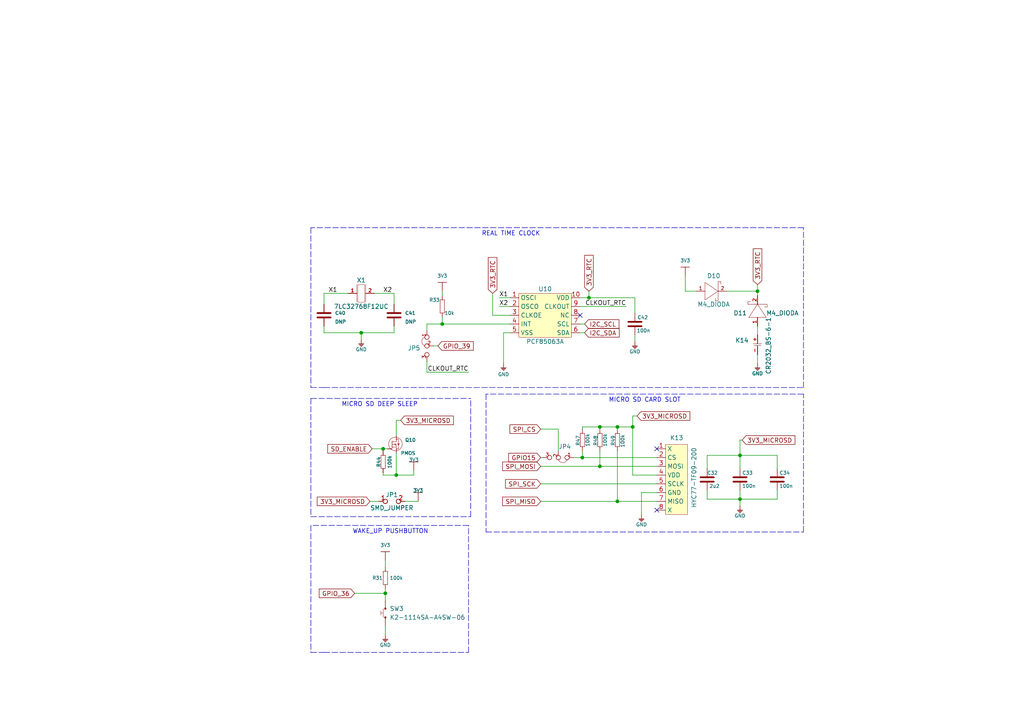
<source format=kicad_sch>
(kicad_sch (version 20211123) (generator eeschema)

  (uuid 8517d222-d98b-4bea-ba28-d603618b338d)

  (paper "A4")

  (title_block
    (title "Soldered Inkplate 6")
    (date "2023-07-24")
    (rev "V1.2.1")
    (company "SOLDERED")
    (comment 1 "333232")
  )

  (lib_symbols
    (symbol "e-radionica.com schematics:0603C" (pin_numbers hide) (pin_names (offset 0.002)) (in_bom yes) (on_board yes)
      (property "Reference" "C" (id 0) (at 0 3.81 0)
        (effects (font (size 1 1)))
      )
      (property "Value" "0603C" (id 1) (at 0 -3.175 0)
        (effects (font (size 1 1)))
      )
      (property "Footprint" "e-radionica.com footprinti:0603C" (id 2) (at 0.635 -4.445 0)
        (effects (font (size 1 1)) hide)
      )
      (property "Datasheet" "" (id 3) (at 0 0 0)
        (effects (font (size 1 1)) hide)
      )
      (symbol "0603C_0_1"
        (polyline
          (pts
            (xy -0.635 1.905)
            (xy -0.635 -1.905)
          )
          (stroke (width 0.5) (type default) (color 0 0 0 0))
          (fill (type none))
        )
        (polyline
          (pts
            (xy 0.635 1.905)
            (xy 0.635 -1.905)
          )
          (stroke (width 0.5) (type default) (color 0 0 0 0))
          (fill (type none))
        )
      )
      (symbol "0603C_1_1"
        (pin passive line (at -3.175 0 0) (length 2.54)
          (name "~" (effects (font (size 1.27 1.27))))
          (number "1" (effects (font (size 1.27 1.27))))
        )
        (pin passive line (at 3.175 0 180) (length 2.54)
          (name "~" (effects (font (size 1.27 1.27))))
          (number "2" (effects (font (size 1.27 1.27))))
        )
      )
    )
    (symbol "e-radionica.com schematics:0603R" (pin_numbers hide) (pin_names (offset 0.254)) (in_bom yes) (on_board yes)
      (property "Reference" "R" (id 0) (at 0 1.27 0)
        (effects (font (size 1 1)))
      )
      (property "Value" "0603R" (id 1) (at 0 -1.905 0)
        (effects (font (size 1 1)))
      )
      (property "Footprint" "e-radionica.com footprinti:0603R" (id 2) (at 0 -3.81 0)
        (effects (font (size 1 1)) hide)
      )
      (property "Datasheet" "" (id 3) (at -0.635 1.905 0)
        (effects (font (size 1 1)) hide)
      )
      (symbol "0603R_0_1"
        (rectangle (start -1.905 -0.635) (end 1.905 -0.6604)
          (stroke (width 0.1) (type default) (color 0 0 0 0))
          (fill (type none))
        )
        (rectangle (start -1.905 0.635) (end -1.8796 -0.635)
          (stroke (width 0.1) (type default) (color 0 0 0 0))
          (fill (type none))
        )
        (rectangle (start -1.905 0.635) (end 1.905 0.6096)
          (stroke (width 0.1) (type default) (color 0 0 0 0))
          (fill (type none))
        )
        (rectangle (start 1.905 0.635) (end 1.9304 -0.635)
          (stroke (width 0.1) (type default) (color 0 0 0 0))
          (fill (type none))
        )
      )
      (symbol "0603R_1_1"
        (pin passive line (at -3.175 0 0) (length 1.27)
          (name "~" (effects (font (size 1.27 1.27))))
          (number "1" (effects (font (size 1.27 1.27))))
        )
        (pin passive line (at 3.175 0 180) (length 1.27)
          (name "~" (effects (font (size 1.27 1.27))))
          (number "2" (effects (font (size 1.27 1.27))))
        )
      )
    )
    (symbol "e-radionica.com schematics:3V3" (power) (pin_names (offset 0)) (in_bom yes) (on_board yes)
      (property "Reference" "#PWR" (id 0) (at 4.445 0 0)
        (effects (font (size 1 1)) hide)
      )
      (property "Value" "3V3" (id 1) (at 0 3.556 0)
        (effects (font (size 1 1)))
      )
      (property "Footprint" "" (id 2) (at 4.445 3.81 0)
        (effects (font (size 1 1)) hide)
      )
      (property "Datasheet" "" (id 3) (at 4.445 3.81 0)
        (effects (font (size 1 1)) hide)
      )
      (property "ki_keywords" "power-flag" (id 4) (at 0 0 0)
        (effects (font (size 1.27 1.27)) hide)
      )
      (property "ki_description" "Power symbol creates a global label with name \"3V3\"" (id 5) (at 0 0 0)
        (effects (font (size 1.27 1.27)) hide)
      )
      (symbol "3V3_0_1"
        (polyline
          (pts
            (xy -1.27 2.54)
            (xy 1.27 2.54)
          )
          (stroke (width 0.16) (type default) (color 0 0 0 0))
          (fill (type none))
        )
        (polyline
          (pts
            (xy 0 0)
            (xy 0 2.54)
          )
          (stroke (width 0) (type default) (color 0 0 0 0))
          (fill (type none))
        )
      )
      (symbol "3V3_1_1"
        (pin power_in line (at 0 0 90) (length 0) hide
          (name "3V3" (effects (font (size 1.27 1.27))))
          (number "1" (effects (font (size 1.27 1.27))))
        )
      )
    )
    (symbol "e-radionica.com schematics:ABS07AIG-32.768KHZ-7-D-T" (in_bom yes) (on_board yes)
      (property "Reference" "X" (id 0) (at 0 3.81 0)
        (effects (font (size 1.27 1.27)))
      )
      (property "Value" "ABS07AIG-32.768KHZ-7-D-T" (id 1) (at 0 -3.81 0)
        (effects (font (size 1.27 1.27)))
      )
      (property "Footprint" "e-radionica.com footprinti:ABS07AIG-32.768KHZ-7-D-T" (id 2) (at 0 0 0)
        (effects (font (size 1.27 1.27)) hide)
      )
      (property "Datasheet" "" (id 3) (at 0 0 0)
        (effects (font (size 1.27 1.27)) hide)
      )
      (symbol "ABS07AIG-32.768KHZ-7-D-T_0_1"
        (polyline
          (pts
            (xy -1.27 2.54)
            (xy -1.27 -2.54)
          )
          (stroke (width 0.0006) (type default) (color 0 0 0 0))
          (fill (type none))
        )
        (polyline
          (pts
            (xy 1.27 2.54)
            (xy 1.27 -2.54)
            (xy 1.27 -1.27)
          )
          (stroke (width 0.0006) (type default) (color 0 0 0 0))
          (fill (type none))
        )
        (polyline
          (pts
            (xy -1.016 2.54)
            (xy -1.016 -2.54)
            (xy 1.016 -2.54)
            (xy 1.016 2.54)
            (xy -1.016 2.54)
            (xy 0.762 2.54)
          )
          (stroke (width 0.0006) (type default) (color 0 0 0 0))
          (fill (type none))
        )
      )
      (symbol "ABS07AIG-32.768KHZ-7-D-T_1_1"
        (pin passive line (at -3.81 0 0) (length 2.54)
          (name "~" (effects (font (size 1 1))))
          (number "1" (effects (font (size 1 1))))
        )
        (pin passive line (at 3.81 0 180) (length 2.54)
          (name "~" (effects (font (size 1 1))))
          (number "2" (effects (font (size 1 1))))
        )
      )
    )
    (symbol "e-radionica.com schematics:CR2032_BS-6-1" (in_bom yes) (on_board yes)
      (property "Reference" "K" (id 0) (at 0 2.54 0)
        (effects (font (size 1.27 1.27)))
      )
      (property "Value" "CR2032_BS-6-1" (id 1) (at 0 -2.54 0)
        (effects (font (size 1.27 1.27)))
      )
      (property "Footprint" "e-radionica.com footprinti:CR2032-BS-6-1" (id 2) (at 0 -5.08 0)
        (effects (font (size 1.27 1.27)) hide)
      )
      (property "Datasheet" "" (id 3) (at 0 0 0)
        (effects (font (size 1.27 1.27)) hide)
      )
      (property "ki_keywords" "CR2032 BS-6" (id 4) (at 0 0 0)
        (effects (font (size 1.27 1.27)) hide)
      )
      (property "ki_description" "CR2032 HOLDER" (id 5) (at 0 0 0)
        (effects (font (size 1.27 1.27)) hide)
      )
      (symbol "CR2032_BS-6-1_0_1"
        (polyline
          (pts
            (xy 0 -1.27)
            (xy 0 1.27)
            (xy 0 -0.762)
          )
          (stroke (width 0.1) (type default) (color 0 0 0 0))
          (fill (type none))
        )
        (polyline
          (pts
            (xy 0.508 1.016)
            (xy 0.508 -1.016)
            (xy 0.508 -0.762)
          )
          (stroke (width 0.1) (type default) (color 0 0 0 0))
          (fill (type none))
        )
      )
      (symbol "CR2032_BS-6-1_1_1"
        (pin input line (at -2.54 0 0) (length 2.54)
          (name "" (effects (font (size 1 1))))
          (number "+" (effects (font (size 1 1))))
        )
        (pin output line (at 3.175 0 180) (length 2.54)
          (name "" (effects (font (size 1 1))))
          (number "-" (effects (font (size 1 1))))
        )
      )
    )
    (symbol "e-radionica.com schematics:GND" (power) (pin_names (offset 0)) (in_bom yes) (on_board yes)
      (property "Reference" "#PWR" (id 0) (at 4.445 0 0)
        (effects (font (size 1 1)) hide)
      )
      (property "Value" "GND" (id 1) (at 0 -2.921 0)
        (effects (font (size 1 1)))
      )
      (property "Footprint" "" (id 2) (at 4.445 3.81 0)
        (effects (font (size 1 1)) hide)
      )
      (property "Datasheet" "" (id 3) (at 4.445 3.81 0)
        (effects (font (size 1 1)) hide)
      )
      (property "ki_keywords" "power-flag" (id 4) (at 0 0 0)
        (effects (font (size 1.27 1.27)) hide)
      )
      (property "ki_description" "Power symbol creates a global label with name \"GND\"" (id 5) (at 0 0 0)
        (effects (font (size 1.27 1.27)) hide)
      )
      (symbol "GND_0_1"
        (polyline
          (pts
            (xy -0.762 -1.27)
            (xy 0.762 -1.27)
          )
          (stroke (width 0.16) (type default) (color 0 0 0 0))
          (fill (type none))
        )
        (polyline
          (pts
            (xy -0.635 -1.524)
            (xy 0.635 -1.524)
          )
          (stroke (width 0.16) (type default) (color 0 0 0 0))
          (fill (type none))
        )
        (polyline
          (pts
            (xy -0.381 -1.778)
            (xy 0.381 -1.778)
          )
          (stroke (width 0.16) (type default) (color 0 0 0 0))
          (fill (type none))
        )
        (polyline
          (pts
            (xy -0.127 -2.032)
            (xy 0.127 -2.032)
          )
          (stroke (width 0.16) (type default) (color 0 0 0 0))
          (fill (type none))
        )
        (polyline
          (pts
            (xy 0 0)
            (xy 0 -1.27)
          )
          (stroke (width 0.16) (type default) (color 0 0 0 0))
          (fill (type none))
        )
      )
      (symbol "GND_1_1"
        (pin power_in line (at 0 0 270) (length 0) hide
          (name "GND" (effects (font (size 1.27 1.27))))
          (number "1" (effects (font (size 1.27 1.27))))
        )
      )
    )
    (symbol "e-radionica.com schematics:HYC77-TF09-200" (in_bom yes) (on_board yes)
      (property "Reference" "K" (id 0) (at 0 11.43 0)
        (effects (font (size 1.27 1.27)))
      )
      (property "Value" "HYC77-TF09-200" (id 1) (at 0 -11.43 0)
        (effects (font (size 1.27 1.27)))
      )
      (property "Footprint" "e-radionica.com footprinti:HYC77-TF09-200" (id 2) (at 0 -13.97 0)
        (effects (font (size 1.27 1.27)) hide)
      )
      (property "Datasheet" "" (id 3) (at -1.27 5.08 0)
        (effects (font (size 1.27 1.27)) hide)
      )
      (property "ki_keywords" "micro SD card holder" (id 4) (at 0 0 0)
        (effects (font (size 1.27 1.27)) hide)
      )
      (property "ki_description" "Micro SDcard holder" (id 5) (at 0 0 0)
        (effects (font (size 1.27 1.27)) hide)
      )
      (symbol "HYC77-TF09-200_0_1"
        (rectangle (start -2.54 10.16) (end 3.81 -10.16)
          (stroke (width 0.1) (type default) (color 0 0 0 0))
          (fill (type background))
        )
      )
      (symbol "HYC77-TF09-200_1_1"
        (pin bidirectional line (at -5.08 8.89 0) (length 2.54)
          (name "X" (effects (font (size 1.27 1.27))))
          (number "1" (effects (font (size 1.27 1.27))))
        )
        (pin bidirectional line (at -5.08 6.35 0) (length 2.54)
          (name "CS" (effects (font (size 1.27 1.27))))
          (number "2" (effects (font (size 1.27 1.27))))
        )
        (pin bidirectional line (at -5.08 3.81 0) (length 2.54)
          (name "MOSI" (effects (font (size 1.27 1.27))))
          (number "3" (effects (font (size 1.27 1.27))))
        )
        (pin bidirectional line (at -5.08 1.27 0) (length 2.54)
          (name "VDD" (effects (font (size 1.27 1.27))))
          (number "4" (effects (font (size 1.27 1.27))))
        )
        (pin bidirectional line (at -5.08 -1.27 0) (length 2.54)
          (name "SCLK" (effects (font (size 1.27 1.27))))
          (number "5" (effects (font (size 1.27 1.27))))
        )
        (pin bidirectional line (at -5.08 -3.81 0) (length 2.54)
          (name "GND" (effects (font (size 1.27 1.27))))
          (number "6" (effects (font (size 1.27 1.27))))
        )
        (pin bidirectional line (at -5.08 -6.35 0) (length 2.54)
          (name "MISO" (effects (font (size 1.27 1.27))))
          (number "7" (effects (font (size 1.27 1.27))))
        )
        (pin bidirectional line (at -5.08 -8.89 0) (length 2.54)
          (name "X" (effects (font (size 1.27 1.27))))
          (number "8" (effects (font (size 1.27 1.27))))
        )
      )
    )
    (symbol "e-radionica.com schematics:K2-1114SA-A4SW-06" (pin_numbers hide) (pin_names hide) (in_bom yes) (on_board yes)
      (property "Reference" "SW" (id 0) (at 0 2.54 0)
        (effects (font (size 1.27 1.27)))
      )
      (property "Value" "K2-1114SA-A4SW-06" (id 1) (at 0 -2.54 0)
        (effects (font (size 1.27 1.27)))
      )
      (property "Footprint" "e-radionica.com footprinti:K2-1114SA-A4SW-06" (id 2) (at 0 -5.08 0)
        (effects (font (size 1.27 1.27)) hide)
      )
      (property "Datasheet" "" (id 3) (at 1.27 17.78 0)
        (effects (font (size 1.27 1.27)) hide)
      )
      (symbol "K2-1114SA-A4SW-06_0_1"
        (circle (center -1.27 0) (radius 0.254)
          (stroke (width 0.001) (type default) (color 0 0 0 0))
          (fill (type outline))
        )
        (polyline
          (pts
            (xy -1.27 0.635)
            (xy 1.27 0.635)
          )
          (stroke (width 0.1) (type default) (color 0 0 0 0))
          (fill (type none))
        )
        (polyline
          (pts
            (xy 0 0.635)
            (xy 0 1.27)
          )
          (stroke (width 0.0006) (type default) (color 0 0 0 0))
          (fill (type none))
        )
        (polyline
          (pts
            (xy 0.635 1.27)
            (xy -0.635 1.27)
          )
          (stroke (width 0.1) (type default) (color 0 0 0 0))
          (fill (type none))
        )
        (circle (center 1.27 0) (radius 0.254)
          (stroke (width 0.001) (type default) (color 0 0 0 0))
          (fill (type outline))
        )
      )
      (symbol "K2-1114SA-A4SW-06_1_1"
        (pin passive line (at -3.81 0 0) (length 2.54)
          (name "~" (effects (font (size 1 1))))
          (number "1" (effects (font (size 1 1))))
        )
        (pin passive line (at 3.81 0 180) (length 2.54)
          (name "~" (effects (font (size 1 1))))
          (number "2" (effects (font (size 1 1))))
        )
      )
    )
    (symbol "e-radionica.com schematics:M4_DIODA" (pin_names hide) (in_bom yes) (on_board yes)
      (property "Reference" "D" (id 0) (at 0 3.81 0)
        (effects (font (size 1.27 1.27)))
      )
      (property "Value" "M4_DIODA" (id 1) (at 0 -4.572 0)
        (effects (font (size 1.27 1.27)))
      )
      (property "Footprint" "e-radionica.com footprinti:M4_DIODA" (id 2) (at 0 -6.35 0)
        (effects (font (size 1.27 1.27)) hide)
      )
      (property "Datasheet" "" (id 3) (at 0 0 0)
        (effects (font (size 1.27 1.27)) hide)
      )
      (symbol "M4_DIODA_0_1"
        (polyline
          (pts
            (xy -2.54 2.54)
            (xy -2.54 -2.54)
            (xy 1.27 0)
            (xy -2.54 2.54)
          )
          (stroke (width 0.1) (type default) (color 0 0 0 0))
          (fill (type none))
        )
        (polyline
          (pts
            (xy 1.27 2.794)
            (xy 1.27 -2.794)
            (xy 0.508 -2.794)
            (xy 0.508 -2.032)
          )
          (stroke (width 0.1) (type default) (color 0 0 0 0))
          (fill (type none))
        )
        (polyline
          (pts
            (xy 1.27 2.794)
            (xy 2.032 2.794)
            (xy 2.032 2.032)
            (xy 2.032 2.54)
          )
          (stroke (width 0.1) (type default) (color 0 0 0 0))
          (fill (type none))
        )
      )
      (symbol "M4_DIODA_1_1"
        (pin passive line (at -5.08 0 0) (length 2.54)
          (name "A" (effects (font (size 1 1))))
          (number "1" (effects (font (size 1 1))))
        )
        (pin passive line (at 3.81 0 180) (length 2.54)
          (name "K" (effects (font (size 1 1))))
          (number "2" (effects (font (size 1 1))))
        )
      )
    )
    (symbol "e-radionica.com schematics:PCF85063A" (in_bom yes) (on_board yes)
      (property "Reference" "U" (id 0) (at 0 7.62 0)
        (effects (font (size 1.27 1.27)))
      )
      (property "Value" "PCF85063A" (id 1) (at 0 -7.62 0)
        (effects (font (size 1.27 1.27)))
      )
      (property "Footprint" "e-radionica.com footprinti:PCF85063A" (id 2) (at 0 -10.16 0)
        (effects (font (size 1.27 1.27)) hide)
      )
      (property "Datasheet" "" (id 3) (at -6.35 2.54 0)
        (effects (font (size 1.27 1.27)) hide)
      )
      (symbol "PCF85063A_0_1"
        (rectangle (start -7.62 6.35) (end 7.62 -6.35)
          (stroke (width 0.1) (type default) (color 0 0 0 0))
          (fill (type background))
        )
      )
      (symbol "PCF85063A_1_1"
        (pin passive line (at -10.16 5.08 0) (length 2.54)
          (name "OSCI" (effects (font (size 1.27 1.27))))
          (number "1" (effects (font (size 1.27 1.27))))
        )
        (pin passive line (at 10.16 5.08 180) (length 2.54)
          (name "VDD" (effects (font (size 1.27 1.27))))
          (number "10" (effects (font (size 1.27 1.27))))
        )
        (pin passive line (at -10.16 2.54 0) (length 2.54)
          (name "OSCO" (effects (font (size 1.27 1.27))))
          (number "2" (effects (font (size 1.27 1.27))))
        )
        (pin passive line (at -10.16 0 0) (length 2.54)
          (name "CLKOE" (effects (font (size 1.27 1.27))))
          (number "3" (effects (font (size 1.27 1.27))))
        )
        (pin passive line (at -10.16 -2.54 0) (length 2.54)
          (name "INT" (effects (font (size 1.27 1.27))))
          (number "4" (effects (font (size 1.27 1.27))))
        )
        (pin passive line (at -10.16 -5.08 0) (length 2.54)
          (name "VSS" (effects (font (size 1.27 1.27))))
          (number "5" (effects (font (size 1.27 1.27))))
        )
        (pin passive line (at 10.16 -5.08 180) (length 2.54)
          (name "SDA" (effects (font (size 1.27 1.27))))
          (number "6" (effects (font (size 1.27 1.27))))
        )
        (pin passive line (at 10.16 -2.54 180) (length 2.54)
          (name "SCL" (effects (font (size 1.27 1.27))))
          (number "7" (effects (font (size 1.27 1.27))))
        )
        (pin passive line (at 10.16 0 180) (length 2.54)
          (name "NC" (effects (font (size 1.27 1.27))))
          (number "8" (effects (font (size 1.27 1.27))))
        )
        (pin passive line (at 10.16 2.54 180) (length 2.54)
          (name "CLKOUT" (effects (font (size 1.27 1.27))))
          (number "9" (effects (font (size 1.27 1.27))))
        )
      )
    )
    (symbol "e-radionica.com schematics:PMOS-SOT-23-3" (pin_numbers hide) (pin_names hide) (in_bom yes) (on_board yes)
      (property "Reference" "Q" (id 0) (at -1.27 2.54 0)
        (effects (font (size 1 1)))
      )
      (property "Value" "PMOS-SOT-23-3" (id 1) (at 0.381 -4.064 0)
        (effects (font (size 1 1)))
      )
      (property "Footprint" "e-radionica.com footprinti:SOT-23-3" (id 2) (at 1.27 -7.62 0)
        (effects (font (size 1 1)) hide)
      )
      (property "Datasheet" "" (id 3) (at 0 0 0)
        (effects (font (size 1 1)) hide)
      )
      (symbol "PMOS-SOT-23-3_0_1"
        (polyline
          (pts
            (xy 0 -1.27)
            (xy 0 1.016)
          )
          (stroke (width 0.1) (type default) (color 0 0 0 0))
          (fill (type none))
        )
        (polyline
          (pts
            (xy 0.254 -1.016)
            (xy 0.254 -0.508)
          )
          (stroke (width 0.1) (type default) (color 0 0 0 0))
          (fill (type none))
        )
        (polyline
          (pts
            (xy 0.254 -0.762)
            (xy 1.27 -0.762)
          )
          (stroke (width 0.1) (type default) (color 0 0 0 0))
          (fill (type none))
        )
        (polyline
          (pts
            (xy 0.254 -0.254)
            (xy 0.254 0.254)
          )
          (stroke (width 0.1) (type default) (color 0 0 0 0))
          (fill (type none))
        )
        (polyline
          (pts
            (xy 0.254 0.762)
            (xy 1.27 0.762)
          )
          (stroke (width 0.1) (type default) (color 0 0 0 0))
          (fill (type none))
        )
        (polyline
          (pts
            (xy 0.254 1.016)
            (xy 0.254 0.508)
          )
          (stroke (width 0.1) (type default) (color 0 0 0 0))
          (fill (type none))
        )
        (polyline
          (pts
            (xy 1.27 -1.27)
            (xy 1.27 -0.762)
          )
          (stroke (width 0.1) (type default) (color 0 0 0 0))
          (fill (type none))
        )
        (polyline
          (pts
            (xy 1.27 0.762)
            (xy 1.27 1.27)
          )
          (stroke (width 0.1) (type default) (color 0 0 0 0))
          (fill (type none))
        )
        (polyline
          (pts
            (xy 2.159 -0.127)
            (xy 1.651 -0.127)
          )
          (stroke (width 0.1) (type default) (color 0 0 0 0))
          (fill (type none))
        )
        (polyline
          (pts
            (xy 2.159 0.254)
            (xy 1.905 -0.127)
          )
          (stroke (width 0.1) (type default) (color 0 0 0 0))
          (fill (type none))
        )
        (polyline
          (pts
            (xy 0.254 0)
            (xy 1.27 0)
            (xy 1.27 -0.762)
          )
          (stroke (width 0.1) (type default) (color 0 0 0 0))
          (fill (type none))
        )
        (polyline
          (pts
            (xy 2.159 0.254)
            (xy 1.651 0.254)
            (xy 1.905 -0.127)
          )
          (stroke (width 0.1) (type default) (color 0 0 0 0))
          (fill (type none))
        )
        (polyline
          (pts
            (xy 1.143 0)
            (xy 0.889 -0.254)
            (xy 0.889 0.254)
            (xy 1.143 0)
          )
          (stroke (width 0.1) (type default) (color 0 0 0 0))
          (fill (type none))
        )
        (polyline
          (pts
            (xy 1.27 -1.27)
            (xy 1.905 -1.27)
            (xy 1.905 1.524)
            (xy 1.27 1.524)
          )
          (stroke (width 0.1) (type default) (color 0 0 0 0))
          (fill (type none))
        )
        (circle (center 1.016 0.127) (radius 1.9716)
          (stroke (width 0.1) (type default) (color 0 0 0 0))
          (fill (type none))
        )
      )
      (symbol "PMOS-SOT-23-3_1_1"
        (pin passive line (at -1.27 -1.27 0) (length 1.27)
          (name "G" (effects (font (size 1 1))))
          (number "1" (effects (font (size 1 1))))
        )
        (pin passive line (at 1.27 -2.54 90) (length 1.27)
          (name "S" (effects (font (size 1 1))))
          (number "2" (effects (font (size 1 1))))
        )
        (pin passive line (at 1.27 2.54 270) (length 1.27)
          (name "D" (effects (font (size 1 1))))
          (number "3" (effects (font (size 1 1))))
        )
      )
    )
    (symbol "e-radionica.com schematics:SMD_JUMPER" (in_bom yes) (on_board yes)
      (property "Reference" "JP" (id 0) (at 0 1.397 0)
        (effects (font (size 1.27 1.27)))
      )
      (property "Value" "SMD_JUMPER" (id 1) (at 0 -2.54 0)
        (effects (font (size 1.27 1.27)))
      )
      (property "Footprint" "e-radionica.com footprinti:SMD_JUMPER" (id 2) (at 0 -5.08 0)
        (effects (font (size 1.27 1.27)) hide)
      )
      (property "Datasheet" "" (id 3) (at 0 0 0)
        (effects (font (size 1.27 1.27)) hide)
      )
      (symbol "SMD_JUMPER_1_1"
        (pin passive inverted (at -3.81 0 0) (length 2.54)
          (name "" (effects (font (size 1.27 1.27))))
          (number "1" (effects (font (size 1.27 1.27))))
        )
        (pin passive inverted (at 3.81 0 180) (length 2.54)
          (name "" (effects (font (size 1.27 1.27))))
          (number "2" (effects (font (size 1.27 1.27))))
        )
      )
    )
    (symbol "e-radionica.com schematics:SMD_JUMPER_3_PAD_CONNECTED_LEFT_TRACE" (in_bom yes) (on_board yes)
      (property "Reference" "JP" (id 0) (at 0 3.81 0)
        (effects (font (size 1.27 1.27)))
      )
      (property "Value" "SMD_JUMPER_3_PAD_CONNECTED_LEFT_TRACE" (id 1) (at -1.27 -7.62 0)
        (effects (font (size 1.27 1.27)) hide)
      )
      (property "Footprint" "e-radionica.com footprinti:SMD_JUMPER_3_PAD_CONNECTED_LEFT_TRACE" (id 2) (at 2.54 -12.7 0)
        (effects (font (size 1.27 1.27)) hide)
      )
      (property "Datasheet" "" (id 3) (at 0 0 0)
        (effects (font (size 1.27 1.27)) hide)
      )
      (symbol "SMD_JUMPER_3_PAD_CONNECTED_LEFT_TRACE_0_1"
        (arc (start -0.635 0.5842) (mid -1.9346 1.472) (end -3.2512 0.6096)
          (stroke (width 0.1) (type default) (color 0 0 0 0))
          (fill (type none))
        )
      )
      (symbol "SMD_JUMPER_3_PAD_CONNECTED_LEFT_TRACE_1_1"
        (pin passive inverted (at -5.08 0 0) (length 2.54)
          (name "" (effects (font (size 1 1))))
          (number "1" (effects (font (size 1 1))))
        )
        (pin passive inverted (at -0.635 -1.905 90) (length 2.54)
          (name "" (effects (font (size 1 1))))
          (number "2" (effects (font (size 1 1))))
        )
        (pin passive inverted (at 3.81 0 180) (length 2.54)
          (name "" (effects (font (size 1 1))))
          (number "3" (effects (font (size 1 1))))
        )
      )
    )
  )

  (junction (at 214.63 132.08) (diameter 0) (color 0 0 0 0)
    (uuid 037d1da8-a7ce-4740-8b00-cdb7e2ed474a)
  )
  (junction (at 114.935 137.795) (diameter 0) (color 0 0 0 0)
    (uuid 145154a3-9016-4258-98cc-481e8e7c0c98)
  )
  (junction (at 128.27 93.98) (diameter 0) (color 0 0 0 0)
    (uuid 25694bd6-7192-41b1-ac51-df7d338879c5)
  )
  (junction (at 183.515 123.825) (diameter 0) (color 0 0 0 0)
    (uuid 26794834-fbc9-4f1a-8e79-d1df0c7b5766)
  )
  (junction (at 219.71 84.455) (diameter 0) (color 0 0 0 0)
    (uuid 2709b768-ac3e-4887-b994-6c645ea2b4ee)
  )
  (junction (at 168.91 132.715) (diameter 0) (color 0 0 0 0)
    (uuid 337aa00a-9d29-41fd-8874-5151fa0b4c28)
  )
  (junction (at 104.775 96.52) (diameter 0) (color 0 0 0 0)
    (uuid 3490fa91-0a97-448d-ae88-82975c4858a1)
  )
  (junction (at 173.99 135.255) (diameter 0) (color 0 0 0 0)
    (uuid 4c0048e9-e81e-41f5-a5d5-056b3ed37235)
  )
  (junction (at 214.63 144.78) (diameter 0) (color 0 0 0 0)
    (uuid 9bcf769c-a1a2-4e74-bbff-37c16524dba4)
  )
  (junction (at 170.815 86.36) (diameter 0) (color 0 0 0 0)
    (uuid a651aa53-27fc-459f-b68e-a6e21bb7b89a)
  )
  (junction (at 111.125 130.175) (diameter 0) (color 0 0 0 0)
    (uuid adfe7a22-6331-42e5-b066-567f3927582c)
  )
  (junction (at 111.76 172.085) (diameter 0) (color 0 0 0 0)
    (uuid d09d565e-50b9-4b7f-b5ea-8c3766567ef0)
  )
  (junction (at 179.07 145.415) (diameter 0) (color 0 0 0 0)
    (uuid ef08a920-491d-4ca1-8de6-7fe62018b0d6)
  )
  (junction (at 179.07 123.825) (diameter 0) (color 0 0 0 0)
    (uuid f5646d02-c6d3-4d99-baca-8d453565ff1c)
  )
  (junction (at 173.99 123.825) (diameter 0) (color 0 0 0 0)
    (uuid fc6d50ca-d47f-448a-b320-eac981f2ba84)
  )

  (no_connect (at 168.275 91.44) (uuid 1dbbb0bf-cef8-4cdb-b915-4650b1b76622))
  (no_connect (at 190.5 147.955) (uuid 4342c1e5-840a-4ede-8ac1-126def085048))
  (no_connect (at 190.5 130.175) (uuid 4342c1e5-840a-4ede-8ac1-126def085049))

  (wire (pts (xy 128.27 84.455) (xy 128.27 85.725))
    (stroke (width 0) (type default) (color 0 0 0 0))
    (uuid 0284bd3c-0272-4a5b-9c3c-f47ab1c52f4c)
  )
  (wire (pts (xy 128.27 93.98) (xy 147.955 93.98))
    (stroke (width 0) (type default) (color 0 0 0 0))
    (uuid 05520e18-0b66-4577-8a33-025b8c57de88)
  )
  (wire (pts (xy 173.99 130.81) (xy 173.99 135.255))
    (stroke (width 0) (type default) (color 0 0 0 0))
    (uuid 07ba638a-9b76-4f37-a3a6-d5a17ffb1a5c)
  )
  (wire (pts (xy 225.425 132.08) (xy 214.63 132.08))
    (stroke (width 0) (type default) (color 0 0 0 0))
    (uuid 0f014e45-7322-421f-9ea0-c3021885bfa7)
  )
  (polyline (pts (xy 90.17 112.395) (xy 93.98 112.395))
    (stroke (width 0) (type default) (color 0 0 0 0))
    (uuid 0f6d7e9f-e562-4ec5-87c3-9a887bda0639)
  )

  (wire (pts (xy 156.845 140.335) (xy 190.5 140.335))
    (stroke (width 0) (type default) (color 0 0 0 0))
    (uuid 180592ed-9166-432c-a02c-68cc1ffe6ae2)
  )
  (wire (pts (xy 166.37 132.715) (xy 168.91 132.715))
    (stroke (width 0) (type default) (color 0 0 0 0))
    (uuid 194b1366-cc9f-400b-b11d-b3831a1137e8)
  )
  (wire (pts (xy 161.925 124.46) (xy 161.925 130.81))
    (stroke (width 0) (type default) (color 0 0 0 0))
    (uuid 1ba697b3-b8fb-4af9-b2aa-8bf71b8fd1ac)
  )
  (wire (pts (xy 111.76 170.815) (xy 111.76 172.085))
    (stroke (width 0) (type default) (color 0 0 0 0))
    (uuid 1bbf1151-22e9-4453-97d0-e795ba5d4d4d)
  )
  (polyline (pts (xy 90.17 189.23) (xy 93.98 189.23))
    (stroke (width 0) (type default) (color 0 0 0 0))
    (uuid 1d28f9f4-3e80-4e55-9021-3ea0f25ea909)
  )
  (polyline (pts (xy 140.97 114.3) (xy 140.97 154.305))
    (stroke (width 0) (type default) (color 0 0 0 0))
    (uuid 2166b24e-75a9-405c-99a6-9d4438a275e2)
  )

  (wire (pts (xy 205.105 135.89) (xy 205.105 132.08))
    (stroke (width 0) (type default) (color 0 0 0 0))
    (uuid 25700ad6-bf12-46da-a470-1794f20c4223)
  )
  (wire (pts (xy 214.63 146.685) (xy 214.63 144.78))
    (stroke (width 0) (type default) (color 0 0 0 0))
    (uuid 26bfc8f3-2b89-48c4-9a1b-8f7cdf5c0e38)
  )
  (wire (pts (xy 183.515 123.825) (xy 179.07 123.825))
    (stroke (width 0) (type default) (color 0 0 0 0))
    (uuid 2a710cb9-1be1-4731-ba3d-371ada106bd7)
  )
  (wire (pts (xy 219.71 102.87) (xy 219.71 105.41))
    (stroke (width 0) (type default) (color 0 0 0 0))
    (uuid 2c56f6b6-1f9c-4651-a5eb-9470fdad857d)
  )
  (wire (pts (xy 114.935 131.445) (xy 114.935 137.795))
    (stroke (width 0) (type default) (color 0 0 0 0))
    (uuid 2d0239f0-608b-43f7-8039-8c9b1d847de6)
  )
  (wire (pts (xy 93.98 96.52) (xy 104.775 96.52))
    (stroke (width 0) (type default) (color 0 0 0 0))
    (uuid 2f7c259d-83ec-4822-a077-a1aa3dc60288)
  )
  (wire (pts (xy 111.76 162.56) (xy 111.76 164.465))
    (stroke (width 0) (type default) (color 0 0 0 0))
    (uuid 32ae8678-85bf-46a6-a596-84d5637693fb)
  )
  (wire (pts (xy 123.825 93.98) (xy 123.825 95.885))
    (stroke (width 0) (type default) (color 0 0 0 0))
    (uuid 36735e3b-8da6-45d7-a280-88d1c0705089)
  )
  (polyline (pts (xy 233.045 154.305) (xy 233.045 114.3))
    (stroke (width 0) (type default) (color 0 0 0 0))
    (uuid 370c6fd6-9371-409b-b0a6-b5400d97c1f1)
  )

  (wire (pts (xy 111.125 130.175) (xy 112.395 130.175))
    (stroke (width 0) (type default) (color 0 0 0 0))
    (uuid 3e73e395-4e4f-4698-a18e-565d22c657d5)
  )
  (wire (pts (xy 219.71 94.615) (xy 219.71 97.155))
    (stroke (width 0) (type default) (color 0 0 0 0))
    (uuid 401ed61f-1667-42c1-b688-c9b0ed25af4a)
  )
  (wire (pts (xy 168.275 93.98) (xy 169.545 93.98))
    (stroke (width 0) (type default) (color 0 0 0 0))
    (uuid 407e4cc7-b814-4310-93e9-eeee7d98ab16)
  )
  (wire (pts (xy 179.07 130.81) (xy 179.07 145.415))
    (stroke (width 0) (type default) (color 0 0 0 0))
    (uuid 40bb6801-0e9f-4762-8c96-5815417936e3)
  )
  (wire (pts (xy 104.775 96.52) (xy 104.775 98.425))
    (stroke (width 0) (type default) (color 0 0 0 0))
    (uuid 41b400f6-1c16-471f-ade7-515809b4d08f)
  )
  (wire (pts (xy 190.5 142.875) (xy 186.055 142.875))
    (stroke (width 0) (type default) (color 0 0 0 0))
    (uuid 43c28c7c-8e31-411b-88e0-ee0e61c4739c)
  )
  (wire (pts (xy 183.515 123.825) (xy 183.515 137.795))
    (stroke (width 0) (type default) (color 0 0 0 0))
    (uuid 44e5ec55-ab01-4337-9701-ccd1c753722b)
  )
  (wire (pts (xy 184.15 90.805) (xy 184.15 86.36))
    (stroke (width 0) (type default) (color 0 0 0 0))
    (uuid 4694cf54-470e-4bf5-92cd-1b3a891f3b7e)
  )
  (wire (pts (xy 156.845 145.415) (xy 179.07 145.415))
    (stroke (width 0) (type default) (color 0 0 0 0))
    (uuid 4753a5ae-071d-43dc-bcdd-433611ba806f)
  )
  (wire (pts (xy 144.78 88.9) (xy 147.955 88.9))
    (stroke (width 0) (type default) (color 0 0 0 0))
    (uuid 4af0e3da-e478-412d-9ad4-3b11b0ead97f)
  )
  (polyline (pts (xy 90.17 115.57) (xy 136.525 115.57))
    (stroke (width 0) (type default) (color 0 0 0 0))
    (uuid 4d9fbc34-99ac-42df-af06-9c61a19a6104)
  )

  (wire (pts (xy 108.585 85.09) (xy 114.3 85.09))
    (stroke (width 0) (type default) (color 0 0 0 0))
    (uuid 4f7edc96-63bd-4710-bb2e-dbcb4f28cccf)
  )
  (polyline (pts (xy 93.98 112.395) (xy 233.045 112.395))
    (stroke (width 0) (type default) (color 0 0 0 0))
    (uuid 52f60a67-e15b-4bbb-b2d7-f4f798429c8d)
  )

  (wire (pts (xy 186.055 142.875) (xy 186.055 149.225))
    (stroke (width 0) (type default) (color 0 0 0 0))
    (uuid 544e27b3-ca2d-4f6a-9563-d99d883697ae)
  )
  (wire (pts (xy 128.27 92.075) (xy 128.27 93.98))
    (stroke (width 0) (type default) (color 0 0 0 0))
    (uuid 567ea273-b6d4-4e6a-abdf-57c2a3fac26d)
  )
  (wire (pts (xy 168.91 123.825) (xy 173.99 123.825))
    (stroke (width 0) (type default) (color 0 0 0 0))
    (uuid 5698c156-85ba-4d3b-96b8-027f8bc92b1d)
  )
  (wire (pts (xy 168.91 123.825) (xy 168.91 124.46))
    (stroke (width 0) (type default) (color 0 0 0 0))
    (uuid 5aa7df66-b934-48d2-88f7-b3bd090e8e51)
  )
  (wire (pts (xy 205.105 144.78) (xy 214.63 144.78))
    (stroke (width 0) (type default) (color 0 0 0 0))
    (uuid 5d77d764-2ebd-4b2e-9f7a-f2b33800d7a3)
  )
  (polyline (pts (xy 233.045 66.04) (xy 90.17 66.04))
    (stroke (width 0) (type default) (color 0 0 0 0))
    (uuid 612f54ee-15d1-4c8e-bddd-c732272ed686)
  )

  (wire (pts (xy 111.125 137.16) (xy 111.125 137.795))
    (stroke (width 0) (type default) (color 0 0 0 0))
    (uuid 62835e43-b6d4-4604-bad5-5182e486da41)
  )
  (wire (pts (xy 111.76 181.61) (xy 111.76 184.15))
    (stroke (width 0) (type default) (color 0 0 0 0))
    (uuid 630e80f5-c7af-4564-b90f-024b9e3024f9)
  )
  (wire (pts (xy 184.785 120.65) (xy 183.515 120.65))
    (stroke (width 0) (type default) (color 0 0 0 0))
    (uuid 67b8f339-4f3d-4a6d-8136-e4a46c2a4c08)
  )
  (wire (pts (xy 93.98 94.615) (xy 93.98 96.52))
    (stroke (width 0) (type default) (color 0 0 0 0))
    (uuid 68f0d5a0-7345-4b89-b665-7a3725b68183)
  )
  (polyline (pts (xy 90.17 152.4) (xy 90.17 189.23))
    (stroke (width 0) (type default) (color 0 0 0 0))
    (uuid 696f5cd4-0607-4a66-9663-0195ec98d425)
  )

  (wire (pts (xy 142.875 85.09) (xy 142.875 91.44))
    (stroke (width 0) (type default) (color 0 0 0 0))
    (uuid 6c7403d0-80e0-4fb9-838b-d20578d3cc32)
  )
  (wire (pts (xy 114.935 121.92) (xy 116.205 121.92))
    (stroke (width 0) (type default) (color 0 0 0 0))
    (uuid 6ef8ed9d-1157-4114-807a-63ac9d391f6e)
  )
  (wire (pts (xy 179.07 145.415) (xy 190.5 145.415))
    (stroke (width 0) (type default) (color 0 0 0 0))
    (uuid 73b544d7-dfd6-42d1-ad33-fd30bfd529f0)
  )
  (polyline (pts (xy 233.045 114.3) (xy 140.97 114.3))
    (stroke (width 0) (type default) (color 0 0 0 0))
    (uuid 746e4392-6305-4a14-a5c5-9c8f8bcfdcbd)
  )
  (polyline (pts (xy 90.17 115.57) (xy 90.17 149.86))
    (stroke (width 0) (type default) (color 0 0 0 0))
    (uuid 767fbcda-d4a4-46b5-9829-cb192805a317)
  )

  (wire (pts (xy 147.955 91.44) (xy 142.875 91.44))
    (stroke (width 0) (type default) (color 0 0 0 0))
    (uuid 78568a78-8f1e-4146-a4c5-f82f215090c1)
  )
  (wire (pts (xy 173.99 135.255) (xy 190.5 135.255))
    (stroke (width 0) (type default) (color 0 0 0 0))
    (uuid 78722818-d97f-45a2-b277-7991da45ef22)
  )
  (wire (pts (xy 120.015 136.525) (xy 120.015 137.795))
    (stroke (width 0) (type default) (color 0 0 0 0))
    (uuid 79f2d723-4782-483f-b606-391be611c32d)
  )
  (wire (pts (xy 214.63 142.24) (xy 214.63 144.78))
    (stroke (width 0) (type default) (color 0 0 0 0))
    (uuid 7a246260-aac9-436d-b294-6a638c9e67fe)
  )
  (wire (pts (xy 168.275 96.52) (xy 169.545 96.52))
    (stroke (width 0) (type default) (color 0 0 0 0))
    (uuid 7a87c1e3-916c-476b-86d0-3fa25168c91b)
  )
  (wire (pts (xy 183.515 137.795) (xy 190.5 137.795))
    (stroke (width 0) (type default) (color 0 0 0 0))
    (uuid 7a8b5c56-7aa6-441d-958e-892b73e92d19)
  )
  (polyline (pts (xy 233.045 112.395) (xy 233.045 66.04))
    (stroke (width 0) (type default) (color 0 0 0 0))
    (uuid 7e4f4742-f305-4dd8-8cc7-8d28590b03c8)
  )

  (wire (pts (xy 93.98 85.09) (xy 93.98 88.265))
    (stroke (width 0) (type default) (color 0 0 0 0))
    (uuid 7e5f2cde-997c-4bdc-92d7-a8c375e294b5)
  )
  (wire (pts (xy 120.015 137.795) (xy 114.935 137.795))
    (stroke (width 0) (type default) (color 0 0 0 0))
    (uuid 81d46faf-cd5b-41b7-b115-c18f466d771b)
  )
  (wire (pts (xy 168.91 130.81) (xy 168.91 132.715))
    (stroke (width 0) (type default) (color 0 0 0 0))
    (uuid 829331f3-4fb7-4fb3-b55c-ee41fdad1af0)
  )
  (wire (pts (xy 168.275 88.9) (xy 181.61 88.9))
    (stroke (width 0) (type default) (color 0 0 0 0))
    (uuid 861daa92-b5c3-4805-ba21-14db2b92e9be)
  )
  (wire (pts (xy 225.425 144.78) (xy 214.63 144.78))
    (stroke (width 0) (type default) (color 0 0 0 0))
    (uuid 876d3395-0390-45dc-a84d-0e633c79d5c4)
  )
  (wire (pts (xy 170.815 86.36) (xy 168.275 86.36))
    (stroke (width 0) (type default) (color 0 0 0 0))
    (uuid 8a350e44-0839-4573-81fb-c604233597ff)
  )
  (wire (pts (xy 205.105 142.24) (xy 205.105 144.78))
    (stroke (width 0) (type default) (color 0 0 0 0))
    (uuid 8cd3c447-47de-4a58-926c-c84ffc8b1da0)
  )
  (wire (pts (xy 156.845 132.715) (xy 157.48 132.715))
    (stroke (width 0) (type default) (color 0 0 0 0))
    (uuid 97163312-d3dd-456a-a2a6-922a13623987)
  )
  (wire (pts (xy 173.99 123.825) (xy 173.99 124.46))
    (stroke (width 0) (type default) (color 0 0 0 0))
    (uuid 9a98dd97-38db-4c8b-9f29-f9a2cd0730b3)
  )
  (polyline (pts (xy 135.89 189.23) (xy 135.89 152.4))
    (stroke (width 0) (type default) (color 0 0 0 0))
    (uuid 9c591b5a-61a3-4093-8b7d-d14711d4d30f)
  )

  (wire (pts (xy 107.315 145.415) (xy 109.855 145.415))
    (stroke (width 0) (type default) (color 0 0 0 0))
    (uuid 9db51f03-431d-4485-9b16-7c4bcc0f64b7)
  )
  (wire (pts (xy 205.105 132.08) (xy 214.63 132.08))
    (stroke (width 0) (type default) (color 0 0 0 0))
    (uuid a0b22331-55a5-4a19-9712-eb0cebf22c22)
  )
  (wire (pts (xy 214.63 132.08) (xy 214.63 135.89))
    (stroke (width 0) (type default) (color 0 0 0 0))
    (uuid a411dabe-dd9c-4afa-809b-dbe73df5107b)
  )
  (wire (pts (xy 114.935 126.365) (xy 114.935 121.92))
    (stroke (width 0) (type default) (color 0 0 0 0))
    (uuid ac8aaf0e-a6c7-418a-b176-4032bfe2be92)
  )
  (wire (pts (xy 111.125 130.175) (xy 111.125 130.81))
    (stroke (width 0) (type default) (color 0 0 0 0))
    (uuid ad89d661-a316-4279-b37f-07c93532c671)
  )
  (polyline (pts (xy 90.17 149.86) (xy 136.525 149.86))
    (stroke (width 0) (type default) (color 0 0 0 0))
    (uuid b3e1588a-adc7-4a7b-a7c5-dc0986ba4ca9)
  )

  (wire (pts (xy 117.475 145.415) (xy 121.285 145.415))
    (stroke (width 0) (type default) (color 0 0 0 0))
    (uuid b452654c-0af9-452a-9138-4303c0e3ebb7)
  )
  (wire (pts (xy 123.825 93.98) (xy 128.27 93.98))
    (stroke (width 0) (type default) (color 0 0 0 0))
    (uuid b66e1dc4-efa1-4771-89b0-5e51b9422e7c)
  )
  (wire (pts (xy 184.15 86.36) (xy 170.815 86.36))
    (stroke (width 0) (type default) (color 0 0 0 0))
    (uuid badde149-217c-4102-8c3e-5cb44ad367ca)
  )
  (wire (pts (xy 104.775 96.52) (xy 114.3 96.52))
    (stroke (width 0) (type default) (color 0 0 0 0))
    (uuid bae5ed81-4541-4e2d-9833-09ce2e70291a)
  )
  (wire (pts (xy 107.95 130.175) (xy 111.125 130.175))
    (stroke (width 0) (type default) (color 0 0 0 0))
    (uuid bafb552e-736d-4d46-943b-7a792067c0dd)
  )
  (wire (pts (xy 170.815 84.455) (xy 170.815 86.36))
    (stroke (width 0) (type default) (color 0 0 0 0))
    (uuid bc1de204-87a3-43f5-9c9c-ab0941c88a1f)
  )
  (wire (pts (xy 179.07 123.825) (xy 179.07 124.46))
    (stroke (width 0) (type default) (color 0 0 0 0))
    (uuid bc521328-cba3-4cbc-aac2-e7398a0d4500)
  )
  (polyline (pts (xy 136.525 149.86) (xy 136.525 115.57))
    (stroke (width 0) (type default) (color 0 0 0 0))
    (uuid bce4f02a-a7d6-4f11-85fa-03551ebb988c)
  )

  (wire (pts (xy 219.71 82.55) (xy 219.71 84.455))
    (stroke (width 0) (type default) (color 0 0 0 0))
    (uuid bcf36d6f-e967-4114-9673-34b47eb3325b)
  )
  (wire (pts (xy 144.78 86.36) (xy 147.955 86.36))
    (stroke (width 0) (type default) (color 0 0 0 0))
    (uuid bdae45a5-c1a7-4560-b467-82f973662bc1)
  )
  (wire (pts (xy 146.05 96.52) (xy 146.05 105.41))
    (stroke (width 0) (type default) (color 0 0 0 0))
    (uuid be10f278-320b-4354-bb83-54699e81b058)
  )
  (wire (pts (xy 179.07 123.825) (xy 173.99 123.825))
    (stroke (width 0) (type default) (color 0 0 0 0))
    (uuid c1e77ddc-3315-4812-bf13-c4baaebb73e1)
  )
  (wire (pts (xy 225.425 142.24) (xy 225.425 144.78))
    (stroke (width 0) (type default) (color 0 0 0 0))
    (uuid c1ed0051-0c05-4376-996b-0432ebafc5bf)
  )
  (polyline (pts (xy 140.97 154.305) (xy 233.045 154.305))
    (stroke (width 0) (type default) (color 0 0 0 0))
    (uuid c552b9be-b62e-4b01-b3ba-4a4e905e255b)
  )
  (polyline (pts (xy 93.98 189.23) (xy 135.89 189.23))
    (stroke (width 0) (type default) (color 0 0 0 0))
    (uuid c5f3d368-0e95-4318-a6d0-53c9b0dd8622)
  )

  (wire (pts (xy 215.265 127.635) (xy 214.63 127.635))
    (stroke (width 0) (type default) (color 0 0 0 0))
    (uuid c71d4ef6-429d-4315-9728-949584018053)
  )
  (wire (pts (xy 111.125 137.795) (xy 114.935 137.795))
    (stroke (width 0) (type default) (color 0 0 0 0))
    (uuid ccd0b7a5-7700-48d9-8e18-eb73cdd5e64c)
  )
  (wire (pts (xy 198.755 80.01) (xy 198.755 84.455))
    (stroke (width 0) (type default) (color 0 0 0 0))
    (uuid d179352b-8aaf-4766-9143-eeac813c98f5)
  )
  (wire (pts (xy 214.63 127.635) (xy 214.63 132.08))
    (stroke (width 0) (type default) (color 0 0 0 0))
    (uuid d327bc74-2be5-4dcf-92e1-92cd249bb72f)
  )
  (wire (pts (xy 123.825 107.95) (xy 135.89 107.95))
    (stroke (width 0) (type default) (color 0 0 0 0))
    (uuid d34455be-b94d-4afe-aeae-13222b374ec6)
  )
  (wire (pts (xy 111.76 172.085) (xy 111.76 173.99))
    (stroke (width 0) (type default) (color 0 0 0 0))
    (uuid d42cdadc-c502-4c59-a5a2-36e7536fffd9)
  )
  (wire (pts (xy 198.755 84.455) (xy 201.93 84.455))
    (stroke (width 0) (type default) (color 0 0 0 0))
    (uuid d49979b8-f8c0-4b71-b019-93209c4e779c)
  )
  (wire (pts (xy 156.845 124.46) (xy 161.925 124.46))
    (stroke (width 0) (type default) (color 0 0 0 0))
    (uuid d6c47c22-5d36-4848-b1bd-b56d015634a3)
  )
  (wire (pts (xy 114.3 94.615) (xy 114.3 96.52))
    (stroke (width 0) (type default) (color 0 0 0 0))
    (uuid de718cb8-2067-49d5-94ea-fc609103e37d)
  )
  (wire (pts (xy 225.425 135.89) (xy 225.425 132.08))
    (stroke (width 0) (type default) (color 0 0 0 0))
    (uuid df4eb967-9cea-45e2-bfeb-1c99fa66119f)
  )
  (wire (pts (xy 147.955 96.52) (xy 146.05 96.52))
    (stroke (width 0) (type default) (color 0 0 0 0))
    (uuid e0d56873-0aed-4dbc-b5e3-710c2c0057d2)
  )
  (wire (pts (xy 183.515 120.65) (xy 183.515 123.825))
    (stroke (width 0) (type default) (color 0 0 0 0))
    (uuid e2a49d70-d9fb-446a-ac35-cffdaad8e141)
  )
  (polyline (pts (xy 135.89 152.4) (xy 90.17 152.4))
    (stroke (width 0) (type default) (color 0 0 0 0))
    (uuid e404f9b6-0dbd-42c0-a039-2309d736468a)
  )
  (polyline (pts (xy 90.17 66.04) (xy 90.17 112.395))
    (stroke (width 0) (type default) (color 0 0 0 0))
    (uuid f0ba893b-d6b8-47b0-81f2-7944c9c9e983)
  )

  (wire (pts (xy 156.845 135.255) (xy 173.99 135.255))
    (stroke (width 0) (type default) (color 0 0 0 0))
    (uuid f0f18aef-9843-4888-ab52-2548b27ec453)
  )
  (wire (pts (xy 93.98 85.09) (xy 100.965 85.09))
    (stroke (width 0) (type default) (color 0 0 0 0))
    (uuid f12f79b2-fb8e-4d18-9bb4-aba73059c4de)
  )
  (wire (pts (xy 127 100.33) (xy 125.73 100.33))
    (stroke (width 0) (type default) (color 0 0 0 0))
    (uuid f264a1e3-422d-4e50-b1f4-e72f612ee83a)
  )
  (wire (pts (xy 102.87 172.085) (xy 111.76 172.085))
    (stroke (width 0) (type default) (color 0 0 0 0))
    (uuid f32d0882-a552-438c-a02b-14747ce34d5b)
  )
  (wire (pts (xy 114.3 85.09) (xy 114.3 88.265))
    (stroke (width 0) (type default) (color 0 0 0 0))
    (uuid f62f037e-2926-4264-a919-b3d97faef1e0)
  )
  (wire (pts (xy 219.71 84.455) (xy 219.71 85.725))
    (stroke (width 0) (type default) (color 0 0 0 0))
    (uuid f67a7c69-f8bc-440b-a21a-f4fc1b8f8651)
  )
  (wire (pts (xy 123.825 104.775) (xy 123.825 107.95))
    (stroke (width 0) (type default) (color 0 0 0 0))
    (uuid f9165662-b027-45aa-9938-284b44769ddd)
  )
  (wire (pts (xy 184.15 97.155) (xy 184.15 99.06))
    (stroke (width 0) (type default) (color 0 0 0 0))
    (uuid fc28f805-8466-41a3-8eec-3648689732f7)
  )
  (wire (pts (xy 210.82 84.455) (xy 219.71 84.455))
    (stroke (width 0) (type default) (color 0 0 0 0))
    (uuid fec504e2-b018-4ba3-8f64-79efe81ded34)
  )
  (wire (pts (xy 168.91 132.715) (xy 190.5 132.715))
    (stroke (width 0) (type default) (color 0 0 0 0))
    (uuid ff897c56-b8b2-4bcd-a8f1-bf374e08fa58)
  )

  (text "MICRO SD CARD SLOT" (at 176.53 116.84 0)
    (effects (font (size 1.27 1.27)) (justify left bottom))
    (uuid 58299bc8-18b7-4569-ac93-93eb7561bee1)
  )
  (text "REAL TIME CLOCK" (at 139.7 68.58 0)
    (effects (font (size 1.27 1.27)) (justify left bottom))
    (uuid 6f12b695-7bf5-4072-87f0-2f918b59c8b3)
  )
  (text "MICRO SD DEEP SLEEP\n" (at 99.06 118.11 0)
    (effects (font (size 1.27 1.27)) (justify left bottom))
    (uuid 845d55d7-da59-403f-baaf-2b87592fe663)
  )
  (text "WAKE_UP PUSHBUTTON" (at 102.235 154.94 0)
    (effects (font (size 1.27 1.27)) (justify left bottom))
    (uuid d0cd0821-1f7a-4063-9462-a62da3f3ddca)
  )

  (label "X1" (at 144.78 86.36 0)
    (effects (font (size 1.27 1.27)) (justify left bottom))
    (uuid 0f3f575a-7748-4ac7-a1df-99b69e9bb8fd)
  )
  (label "X2" (at 144.78 88.9 0)
    (effects (font (size 1.27 1.27)) (justify left bottom))
    (uuid 33f16c0b-43f0-4994-9d51-7bb07057f28e)
  )
  (label "CLKOUT_RTC" (at 135.89 107.95 180)
    (effects (font (size 1.27 1.27)) (justify right bottom))
    (uuid 40909a23-5c35-4cf1-9192-70580d256062)
  )
  (label "X1" (at 95.25 85.09 0)
    (effects (font (size 1.27 1.27)) (justify left bottom))
    (uuid 8f04715f-9cb1-44ab-bb2b-6353e68934cb)
  )
  (label "CLKOUT_RTC" (at 181.61 88.9 180)
    (effects (font (size 1.27 1.27)) (justify right bottom))
    (uuid bd47230f-2884-4b8e-a268-e75d23bb8dbb)
  )
  (label "X2" (at 111.125 85.09 0)
    (effects (font (size 1.27 1.27)) (justify left bottom))
    (uuid e9b55c96-ea76-4259-ab66-6b7e617247dc)
  )

  (global_label "GPIO_39" (shape input) (at 127 100.33 0) (fields_autoplaced)
    (effects (font (size 1.27 1.27)) (justify left))
    (uuid 07ae8b2e-b94d-4e79-b19b-ef2d6cdb9d80)
    (property "Intersheet References" "${INTERSHEET_REFS}" (id 0) (at 137.275 100.2506 0)
      (effects (font (size 1.27 1.27)) (justify left) hide)
    )
  )
  (global_label "SPI_MOSI" (shape input) (at 156.845 135.255 180) (fields_autoplaced)
    (effects (font (size 1.27 1.27)) (justify right))
    (uuid 15e1b527-0114-4bf2-9701-827eb476abf5)
    (property "Intersheet References" "${INTERSHEET_REFS}" (id 0) (at 145.7838 135.1756 0)
      (effects (font (size 1.27 1.27)) (justify right) hide)
    )
  )
  (global_label "I2C_SDA" (shape input) (at 169.545 96.52 0) (fields_autoplaced)
    (effects (font (size 1.27 1.27)) (justify left))
    (uuid 406ed8e7-9017-4d31-a28c-d225e7dd2d86)
    (property "Intersheet References" "${INTERSHEET_REFS}" (id 0) (at 179.5781 96.4406 0)
      (effects (font (size 1.27 1.27)) (justify left) hide)
    )
  )
  (global_label "SD_ENABLE" (shape input) (at 107.95 130.175 180) (fields_autoplaced)
    (effects (font (size 1.27 1.27)) (justify right))
    (uuid 509647f4-f2ab-4378-87d5-9b5299d8d35d)
    (property "Intersheet References" "${INTERSHEET_REFS}" (id 0) (at 95.0745 130.0956 0)
      (effects (font (size 1.27 1.27)) (justify right) hide)
    )
  )
  (global_label "SPI_CS" (shape input) (at 156.845 124.46 180) (fields_autoplaced)
    (effects (font (size 1.27 1.27)) (justify right))
    (uuid 53ed1a63-1891-4236-8041-f123d26e9019)
    (property "Intersheet References" "${INTERSHEET_REFS}" (id 0) (at 147.9005 124.3806 0)
      (effects (font (size 1.27 1.27)) (justify right) hide)
    )
  )
  (global_label "3V3_RTC" (shape input) (at 170.815 84.455 90) (fields_autoplaced)
    (effects (font (size 1.27 1.27)) (justify left))
    (uuid 67ae616b-4862-44fd-aa55-ac5ebe26b6f5)
    (property "Intersheet References" "${INTERSHEET_REFS}" (id 0) (at 170.7356 74.059 90)
      (effects (font (size 1.27 1.27)) (justify left) hide)
    )
  )
  (global_label "I2C_SCL" (shape input) (at 169.545 93.98 0) (fields_autoplaced)
    (effects (font (size 1.27 1.27)) (justify left))
    (uuid 7e2b53ad-9b14-4dbd-ad55-20dae240eb96)
    (property "Intersheet References" "${INTERSHEET_REFS}" (id 0) (at 179.5176 93.9006 0)
      (effects (font (size 1.27 1.27)) (justify left) hide)
    )
  )
  (global_label "GPIO_36" (shape input) (at 102.87 172.085 180) (fields_autoplaced)
    (effects (font (size 1.27 1.27)) (justify right))
    (uuid 8146926b-be77-4d76-864d-f13a967ae017)
    (property "Intersheet References" "${INTERSHEET_REFS}" (id 0) (at 92.595 172.1644 0)
      (effects (font (size 1.27 1.27)) (justify right) hide)
    )
  )
  (global_label "3V3_RTC" (shape input) (at 219.71 82.55 90) (fields_autoplaced)
    (effects (font (size 1.27 1.27)) (justify left))
    (uuid 844353f5-e810-434d-a222-f4b507bc7f04)
    (property "Intersheet References" "${INTERSHEET_REFS}" (id 0) (at 219.6306 72.154 90)
      (effects (font (size 1.27 1.27)) (justify left) hide)
    )
  )
  (global_label "3V3_MICROSD" (shape input) (at 215.265 127.635 0) (fields_autoplaced)
    (effects (font (size 1.27 1.27)) (justify left))
    (uuid 8900eef2-11a5-45d3-ba8b-3ffbea3c4667)
    (property "Intersheet References" "${INTERSHEET_REFS}" (id 0) (at 230.5595 127.5556 0)
      (effects (font (size 1.27 1.27)) (justify left) hide)
    )
  )
  (global_label "SPI_SCK" (shape input) (at 156.845 140.335 180) (fields_autoplaced)
    (effects (font (size 1.27 1.27)) (justify right))
    (uuid 986812b6-93bd-4c16-98a6-969aba111812)
    (property "Intersheet References" "${INTERSHEET_REFS}" (id 0) (at 146.6305 140.2556 0)
      (effects (font (size 1.27 1.27)) (justify right) hide)
    )
  )
  (global_label "3V3_MICROSD" (shape input) (at 107.315 145.415 180) (fields_autoplaced)
    (effects (font (size 1.27 1.27)) (justify right))
    (uuid a31dac67-2ce1-4236-8499-17b28c1e344f)
    (property "Intersheet References" "${INTERSHEET_REFS}" (id 0) (at 92.0205 145.4944 0)
      (effects (font (size 1.27 1.27)) (justify right) hide)
    )
  )
  (global_label "3V3_MICROSD" (shape input) (at 184.785 120.65 0) (fields_autoplaced)
    (effects (font (size 1.27 1.27)) (justify left))
    (uuid a3e0d1e2-1e1c-4732-8905-149484b1642d)
    (property "Intersheet References" "${INTERSHEET_REFS}" (id 0) (at 200.0795 120.5706 0)
      (effects (font (size 1.27 1.27)) (justify left) hide)
    )
  )
  (global_label "3V3_RTC" (shape input) (at 142.875 85.09 90) (fields_autoplaced)
    (effects (font (size 1.27 1.27)) (justify left))
    (uuid abc733ea-9a69-4649-a74e-69783b165844)
    (property "Intersheet References" "${INTERSHEET_REFS}" (id 0) (at 142.7956 74.694 90)
      (effects (font (size 1.27 1.27)) (justify left) hide)
    )
  )
  (global_label "GPIO15" (shape input) (at 156.845 132.715 180) (fields_autoplaced)
    (effects (font (size 1.27 1.27)) (justify right))
    (uuid c67e239f-4756-4343-b94c-c46d6000fa06)
    (property "Intersheet References" "${INTERSHEET_REFS}" (id 0) (at 147.5376 132.6356 0)
      (effects (font (size 1.27 1.27)) (justify right) hide)
    )
  )
  (global_label "3V3_MICROSD" (shape input) (at 116.205 121.92 0) (fields_autoplaced)
    (effects (font (size 1.27 1.27)) (justify left))
    (uuid d5ee0ac0-7383-4e0a-abf7-9df8b0364c6b)
    (property "Intersheet References" "${INTERSHEET_REFS}" (id 0) (at 131.4995 121.8406 0)
      (effects (font (size 1.27 1.27)) (justify left) hide)
    )
  )
  (global_label "SPI_MISO" (shape input) (at 156.845 145.415 180) (fields_autoplaced)
    (effects (font (size 1.27 1.27)) (justify right))
    (uuid ee4bea2a-a4fa-4518-b4c6-cf4be82c68cf)
    (property "Intersheet References" "${INTERSHEET_REFS}" (id 0) (at 145.7838 145.3356 0)
      (effects (font (size 1.27 1.27)) (justify right) hide)
    )
  )

  (symbol (lib_id "e-radionica.com schematics:0603R") (at 111.76 167.64 90) (unit 1)
    (in_bom yes) (on_board yes)
    (uuid 06ccb6cb-5f1f-4d67-8c4f-bf82cc74aa4f)
    (property "Reference" "R31" (id 0) (at 107.95 167.64 90)
      (effects (font (size 1 1)) (justify right))
    )
    (property "Value" "100k" (id 1) (at 113.03 167.64 90)
      (effects (font (size 1 1)) (justify right))
    )
    (property "Footprint" "e-radionica.com footprinti:0603R" (id 2) (at 115.57 167.64 0)
      (effects (font (size 1 1)) hide)
    )
    (property "Datasheet" "" (id 3) (at 109.855 168.275 0)
      (effects (font (size 1 1)) hide)
    )
    (pin "1" (uuid 4401182a-2552-4f07-9e59-e8f0e7aaa390))
    (pin "2" (uuid b0dc383f-1df8-423d-a074-15222659f4f8))
  )

  (symbol (lib_id "e-radionica.com schematics:0603C") (at 93.98 91.44 90) (unit 1)
    (in_bom yes) (on_board yes) (fields_autoplaced)
    (uuid 090fe587-4d7f-4660-85ed-d084bfb9c23e)
    (property "Reference" "C40" (id 0) (at 97.155 90.805 90)
      (effects (font (size 1 1)) (justify right))
    )
    (property "Value" "DNP" (id 1) (at 97.155 93.345 90)
      (effects (font (size 1 1)) (justify right))
    )
    (property "Footprint" "e-radionica.com footprinti:0603C" (id 2) (at 98.425 90.805 0)
      (effects (font (size 1 1)) hide)
    )
    (property "Datasheet" "" (id 3) (at 93.98 91.44 0)
      (effects (font (size 1 1)) hide)
    )
    (pin "1" (uuid 1b7a2cd0-8382-4ea6-81b2-923dd539ae08))
    (pin "2" (uuid 4af0f6d9-f4ac-4616-8c73-00a3fa2593be))
  )

  (symbol (lib_id "e-radionica.com schematics:3V3") (at 128.27 84.455 0) (unit 1)
    (in_bom yes) (on_board yes) (fields_autoplaced)
    (uuid 0cda05ba-cbdb-40da-bc07-e46d765a75e5)
    (property "Reference" "#PWR0113" (id 0) (at 132.715 84.455 0)
      (effects (font (size 1 1)) hide)
    )
    (property "Value" "3V3" (id 1) (at 128.27 80.01 0)
      (effects (font (size 1 1)))
    )
    (property "Footprint" "" (id 2) (at 132.715 80.645 0)
      (effects (font (size 1 1)) hide)
    )
    (property "Datasheet" "" (id 3) (at 132.715 80.645 0)
      (effects (font (size 1 1)) hide)
    )
    (pin "1" (uuid 0e3eabe1-a014-48d9-9c47-62bf4bfc395f))
  )

  (symbol (lib_id "e-radionica.com schematics:SMD_JUMPER") (at 113.665 145.415 0) (unit 1)
    (in_bom yes) (on_board yes)
    (uuid 0db74f21-3eac-4b9e-8d77-d4a556037300)
    (property "Reference" "JP1" (id 0) (at 113.665 143.51 0))
    (property "Value" "SMD_JUMPER" (id 1) (at 113.665 147.32 0))
    (property "Footprint" "e-radionica.com footprinti:SMD_JUMPER" (id 2) (at 113.665 150.495 0)
      (effects (font (size 1.27 1.27)) hide)
    )
    (property "Datasheet" "" (id 3) (at 113.665 145.415 0)
      (effects (font (size 1.27 1.27)) hide)
    )
    (pin "1" (uuid 472d0607-7da0-4976-b990-1a464a56da15))
    (pin "2" (uuid 060435d1-f947-4bbf-83d4-5d93ac872d18))
  )

  (symbol (lib_id "e-radionica.com schematics:SMD_JUMPER_3_PAD_CONNECTED_LEFT_TRACE") (at 161.29 132.715 180) (unit 1)
    (in_bom yes) (on_board yes)
    (uuid 10604d81-49a6-49ae-a300-235ab0988133)
    (property "Reference" "JP4" (id 0) (at 163.83 129.54 0))
    (property "Value" "SMD_JUMPER_3_PAD_CONNECTED_LEFT_TRACE" (id 1) (at 162.56 125.095 0)
      (effects (font (size 1.27 1.27)) hide)
    )
    (property "Footprint" "e-radionica.com footprinti:SMD_JUMPER_3_PAD_CONNECTED_LEFT_TRACE" (id 2) (at 158.75 120.015 0)
      (effects (font (size 1.27 1.27)) hide)
    )
    (property "Datasheet" "" (id 3) (at 161.29 132.715 0)
      (effects (font (size 1.27 1.27)) hide)
    )
    (pin "1" (uuid 922cedc7-6ed2-40cb-ac27-bb6508f4ac25))
    (pin "2" (uuid ee62a078-89d1-40ef-b86e-f1c725e28750))
    (pin "3" (uuid b2d402fd-84c8-40bb-b9bc-44d996768b41))
  )

  (symbol (lib_id "e-radionica.com schematics:GND") (at 186.055 149.225 0) (unit 1)
    (in_bom yes) (on_board yes)
    (uuid 1255e693-f03a-41df-837e-e4c7dff55739)
    (property "Reference" "#PWR0204" (id 0) (at 190.5 149.225 0)
      (effects (font (size 1 1)) hide)
    )
    (property "Value" "GND" (id 1) (at 186.055 152.146 0)
      (effects (font (size 1 1)))
    )
    (property "Footprint" "" (id 2) (at 190.5 145.415 0)
      (effects (font (size 1 1)) hide)
    )
    (property "Datasheet" "" (id 3) (at 190.5 145.415 0)
      (effects (font (size 1 1)) hide)
    )
    (pin "1" (uuid 10726491-1351-42ee-b7cc-a9ad69d37e28))
  )

  (symbol (lib_id "e-radionica.com schematics:0603R") (at 168.91 127.635 90) (unit 1)
    (in_bom yes) (on_board yes)
    (uuid 23ee1125-e598-4072-9358-957f5e7078d0)
    (property "Reference" "R47" (id 0) (at 167.64 126.238 0)
      (effects (font (size 1 1)) (justify right))
    )
    (property "Value" "100k" (id 1) (at 170.434 125.73 0)
      (effects (font (size 1 1)) (justify right))
    )
    (property "Footprint" "e-radionica.com footprinti:0603R" (id 2) (at 172.72 127.635 0)
      (effects (font (size 1 1)) hide)
    )
    (property "Datasheet" "" (id 3) (at 167.005 128.27 0)
      (effects (font (size 1 1)) hide)
    )
    (pin "1" (uuid 5a0e1b57-f6fc-429e-985a-3c4d53fa374a))
    (pin "2" (uuid 2ee5c50b-7dad-4e16-a2e2-6c69c0768385))
  )

  (symbol (lib_id "e-radionica.com schematics:GND") (at 219.71 105.41 0) (unit 1)
    (in_bom yes) (on_board yes)
    (uuid 257c2205-be03-4109-b6df-0ff4b2afee11)
    (property "Reference" "#PWR0206" (id 0) (at 224.155 105.41 0)
      (effects (font (size 1 1)) hide)
    )
    (property "Value" "GND" (id 1) (at 219.71 108.331 0)
      (effects (font (size 1 1)))
    )
    (property "Footprint" "" (id 2) (at 224.155 101.6 0)
      (effects (font (size 1 1)) hide)
    )
    (property "Datasheet" "" (id 3) (at 224.155 101.6 0)
      (effects (font (size 1 1)) hide)
    )
    (pin "1" (uuid 990834ac-99d2-4c3c-83a3-72e57c868183))
  )

  (symbol (lib_id "e-radionica.com schematics:PCF85063A") (at 158.115 91.44 0) (unit 1)
    (in_bom yes) (on_board yes)
    (uuid 34a48513-9edd-4dc0-b500-a11f03cb9583)
    (property "Reference" "U10" (id 0) (at 158.115 83.82 0))
    (property "Value" "PCF85063A" (id 1) (at 158.115 99.06 0))
    (property "Footprint" "e-radionica.com footprinti:PCF85063A" (id 2) (at 158.115 101.6 0)
      (effects (font (size 1.27 1.27)) hide)
    )
    (property "Datasheet" "" (id 3) (at 151.765 88.9 0)
      (effects (font (size 1.27 1.27)) hide)
    )
    (pin "1" (uuid 17b675f1-6712-4244-b1d2-748e0f4a219f))
    (pin "10" (uuid bd6b6967-1a55-4a48-b0d4-b6e04ee00561))
    (pin "2" (uuid bd7a496f-96b1-42c9-a287-dc69918d1d09))
    (pin "3" (uuid 50d2193a-24cf-4401-88bf-740596d8eb5d))
    (pin "4" (uuid b94778f8-c4d3-4808-8e21-71b7634b62d1))
    (pin "5" (uuid de2f69ce-39a8-4e1f-997c-71987e8db0e4))
    (pin "6" (uuid cbd64945-5571-45b3-ad19-143c1bf63ee3))
    (pin "7" (uuid e8d5c56d-e0b9-4848-92a4-aededc63548a))
    (pin "8" (uuid 41601596-550e-4c70-b2d3-70741c79f898))
    (pin "9" (uuid 2e77bb29-9bb0-4fa6-86ce-5f4545699d89))
  )

  (symbol (lib_id "e-radionica.com schematics:0603C") (at 225.425 139.065 90) (unit 1)
    (in_bom yes) (on_board yes)
    (uuid 3ae8569c-ff16-4aa0-8b4e-f9eb3114269b)
    (property "Reference" "C34" (id 0) (at 226.06 137.16 90)
      (effects (font (size 1 1)) (justify right))
    )
    (property "Value" "100n" (id 1) (at 226.06 140.97 90)
      (effects (font (size 1 1)) (justify right))
    )
    (property "Footprint" "e-radionica.com footprinti:0603C" (id 2) (at 229.87 138.43 0)
      (effects (font (size 1 1)) hide)
    )
    (property "Datasheet" "" (id 3) (at 225.425 139.065 0)
      (effects (font (size 1 1)) hide)
    )
    (pin "1" (uuid 3ff554e2-628d-4dcb-a2be-5e0b1d237273))
    (pin "2" (uuid 941d1cdd-fbcb-442a-b650-e53731e47a89))
  )

  (symbol (lib_id "e-radionica.com schematics:M4_DIODA") (at 219.71 89.535 90) (unit 1)
    (in_bom yes) (on_board yes)
    (uuid 3eff3989-fb42-47f2-a21a-46f1f100e63f)
    (property "Reference" "D11" (id 0) (at 212.725 90.805 90)
      (effects (font (size 1.27 1.27)) (justify right))
    )
    (property "Value" "M4_DIODA" (id 1) (at 222.25 90.805 90)
      (effects (font (size 1.27 1.27)) (justify right))
    )
    (property "Footprint" "e-radionica.com footprinti:M4_DIODA" (id 2) (at 226.06 89.535 0)
      (effects (font (size 1.27 1.27)) hide)
    )
    (property "Datasheet" "" (id 3) (at 219.71 89.535 0)
      (effects (font (size 1.27 1.27)) hide)
    )
    (pin "1" (uuid 497457f3-7b69-42d6-824a-67ecde5edca4))
    (pin "2" (uuid 2f83a406-2adb-4488-9cab-d4dc57510df6))
  )

  (symbol (lib_id "e-radionica.com schematics:GND") (at 184.15 99.06 0) (unit 1)
    (in_bom yes) (on_board yes)
    (uuid 428b6a7c-d9ac-4710-a40c-fbb39b879c0d)
    (property "Reference" "#PWR0208" (id 0) (at 188.595 99.06 0)
      (effects (font (size 1 1)) hide)
    )
    (property "Value" "GND" (id 1) (at 184.15 101.981 0)
      (effects (font (size 1 1)))
    )
    (property "Footprint" "" (id 2) (at 188.595 95.25 0)
      (effects (font (size 1 1)) hide)
    )
    (property "Datasheet" "" (id 3) (at 188.595 95.25 0)
      (effects (font (size 1 1)) hide)
    )
    (pin "1" (uuid 9d22486f-5298-4210-a652-bc25533f4818))
  )

  (symbol (lib_id "e-radionica.com schematics:M4_DIODA") (at 207.01 84.455 0) (unit 1)
    (in_bom yes) (on_board yes)
    (uuid 47bcf63a-4ddb-4683-9cc2-6b1917948163)
    (property "Reference" "D10" (id 0) (at 207.01 80.01 0))
    (property "Value" "M4_DIODA" (id 1) (at 207.01 88.265 0))
    (property "Footprint" "e-radionica.com footprinti:M4_DIODA" (id 2) (at 207.01 90.805 0)
      (effects (font (size 1.27 1.27)) hide)
    )
    (property "Datasheet" "" (id 3) (at 207.01 84.455 0)
      (effects (font (size 1.27 1.27)) hide)
    )
    (pin "1" (uuid 14b312f2-48a4-401f-b12a-6d6c01ddea98))
    (pin "2" (uuid 582ce60f-0fb4-4540-8924-92867146ac94))
  )

  (symbol (lib_id "e-radionica.com schematics:0603R") (at 179.07 127.635 90) (unit 1)
    (in_bom yes) (on_board yes)
    (uuid 543dbfa4-ca30-442d-8c0f-7ad5ea4624de)
    (property "Reference" "R49" (id 0) (at 177.8 126.238 0)
      (effects (font (size 1 1)) (justify right))
    )
    (property "Value" "100k" (id 1) (at 180.594 125.984 0)
      (effects (font (size 1 1)) (justify right))
    )
    (property "Footprint" "e-radionica.com footprinti:0603R" (id 2) (at 182.88 127.635 0)
      (effects (font (size 1 1)) hide)
    )
    (property "Datasheet" "" (id 3) (at 177.165 128.27 0)
      (effects (font (size 1 1)) hide)
    )
    (pin "1" (uuid a5bf3719-59bd-4b28-86e5-b13514fb536e))
    (pin "2" (uuid 896294f0-473e-4cf9-83e3-d50cd3dc3ea3))
  )

  (symbol (lib_id "e-radionica.com schematics:3V3") (at 120.015 136.525 0) (unit 1)
    (in_bom yes) (on_board yes)
    (uuid 6d7a484d-71df-4de8-a34a-1a3c4a56a94d)
    (property "Reference" "#PWR0226" (id 0) (at 124.46 136.525 0)
      (effects (font (size 1 1)) hide)
    )
    (property "Value" "3V3" (id 1) (at 120.015 133.35 0)
      (effects (font (size 1 1)))
    )
    (property "Footprint" "" (id 2) (at 124.46 132.715 0)
      (effects (font (size 1 1)) hide)
    )
    (property "Datasheet" "" (id 3) (at 124.46 132.715 0)
      (effects (font (size 1 1)) hide)
    )
    (pin "1" (uuid b9afd653-439c-45fa-8fe0-14ab688247ce))
  )

  (symbol (lib_id "e-radionica.com schematics:3V3") (at 198.755 80.01 0) (unit 1)
    (in_bom yes) (on_board yes) (fields_autoplaced)
    (uuid 6fd1dec3-251b-4d66-9c63-61f86c7a4ed7)
    (property "Reference" "#PWR0260" (id 0) (at 203.2 80.01 0)
      (effects (font (size 1 1)) hide)
    )
    (property "Value" "3V3" (id 1) (at 198.755 75.565 0)
      (effects (font (size 1 1)))
    )
    (property "Footprint" "" (id 2) (at 203.2 76.2 0)
      (effects (font (size 1 1)) hide)
    )
    (property "Datasheet" "" (id 3) (at 203.2 76.2 0)
      (effects (font (size 1 1)) hide)
    )
    (pin "1" (uuid a00defff-ada3-4ec4-bffe-cb6cb8bb5c25))
  )

  (symbol (lib_id "e-radionica.com schematics:0603C") (at 205.105 139.065 90) (unit 1)
    (in_bom yes) (on_board yes)
    (uuid 760abc9b-953b-40ad-b0fd-9085add7ccd5)
    (property "Reference" "C32" (id 0) (at 205.105 137.16 90)
      (effects (font (size 1 1)) (justify right))
    )
    (property "Value" "2u2" (id 1) (at 205.74 140.97 90)
      (effects (font (size 1 1)) (justify right))
    )
    (property "Footprint" "e-radionica.com footprinti:0603C" (id 2) (at 209.55 138.43 0)
      (effects (font (size 1 1)) hide)
    )
    (property "Datasheet" "" (id 3) (at 205.105 139.065 0)
      (effects (font (size 1 1)) hide)
    )
    (pin "1" (uuid d55a21f3-b0a4-41ab-850d-31de7908afab))
    (pin "2" (uuid fc2bbf4a-d18e-4af2-95a5-e5547929297f))
  )

  (symbol (lib_id "e-radionica.com schematics:0603C") (at 114.3 91.44 90) (unit 1)
    (in_bom yes) (on_board yes) (fields_autoplaced)
    (uuid 803387b9-823a-4fb9-a287-3aea11c9ac66)
    (property "Reference" "C41" (id 0) (at 117.475 90.805 90)
      (effects (font (size 1 1)) (justify right))
    )
    (property "Value" "DNP" (id 1) (at 117.475 93.345 90)
      (effects (font (size 1 1)) (justify right))
    )
    (property "Footprint" "e-radionica.com footprinti:0603C" (id 2) (at 118.745 90.805 0)
      (effects (font (size 1 1)) hide)
    )
    (property "Datasheet" "" (id 3) (at 114.3 91.44 0)
      (effects (font (size 1 1)) hide)
    )
    (pin "1" (uuid f3d7ee62-7115-4c98-8683-4125059eecce))
    (pin "2" (uuid ee28849a-ba9c-4a24-bbe9-a8cea65ea51f))
  )

  (symbol (lib_id "e-radionica.com schematics:GND") (at 111.76 184.15 0) (unit 1)
    (in_bom yes) (on_board yes)
    (uuid 86006c62-7b68-4565-92f1-d7aa0392f948)
    (property "Reference" "#PWR0207" (id 0) (at 116.205 184.15 0)
      (effects (font (size 1 1)) hide)
    )
    (property "Value" "GND" (id 1) (at 111.76 187.071 0)
      (effects (font (size 1 1)))
    )
    (property "Footprint" "" (id 2) (at 116.205 180.34 0)
      (effects (font (size 1 1)) hide)
    )
    (property "Datasheet" "" (id 3) (at 116.205 180.34 0)
      (effects (font (size 1 1)) hide)
    )
    (pin "1" (uuid 6d45b889-014f-432b-9c45-098ce1788352))
  )

  (symbol (lib_id "e-radionica.com schematics:0603R") (at 173.99 127.635 90) (unit 1)
    (in_bom yes) (on_board yes)
    (uuid 8c211da5-1711-4c55-911b-d7007fa8a121)
    (property "Reference" "R48" (id 0) (at 172.72 126.238 0)
      (effects (font (size 1 1)) (justify right))
    )
    (property "Value" "100k" (id 1) (at 175.514 125.73 0)
      (effects (font (size 1 1)) (justify right))
    )
    (property "Footprint" "e-radionica.com footprinti:0603R" (id 2) (at 177.8 127.635 0)
      (effects (font (size 1 1)) hide)
    )
    (property "Datasheet" "" (id 3) (at 172.085 128.27 0)
      (effects (font (size 1 1)) hide)
    )
    (pin "1" (uuid fe509a6e-25de-43fd-bd02-1bac97a3eebe))
    (pin "2" (uuid ce43bb58-ae06-4fdf-b7e4-b7b7f4f992ea))
  )

  (symbol (lib_id "e-radionica.com schematics:GND") (at 104.775 98.425 0) (unit 1)
    (in_bom yes) (on_board yes)
    (uuid 9cdff882-3a9f-4ad7-b9df-401a383e60a3)
    (property "Reference" "#PWR0203" (id 0) (at 109.22 98.425 0)
      (effects (font (size 1 1)) hide)
    )
    (property "Value" "GND" (id 1) (at 104.775 101.346 0)
      (effects (font (size 1 1)))
    )
    (property "Footprint" "" (id 2) (at 109.22 94.615 0)
      (effects (font (size 1 1)) hide)
    )
    (property "Datasheet" "" (id 3) (at 109.22 94.615 0)
      (effects (font (size 1 1)) hide)
    )
    (pin "1" (uuid f7a56a6a-e66c-4137-821b-55c0efd1d054))
  )

  (symbol (lib_id "e-radionica.com schematics:K2-1114SA-A4SW-06") (at 111.76 177.8 90) (unit 1)
    (in_bom yes) (on_board yes) (fields_autoplaced)
    (uuid acabbe15-8901-4d2d-bc65-ec1987a23850)
    (property "Reference" "SW3" (id 0) (at 113.03 176.5299 90)
      (effects (font (size 1.27 1.27)) (justify right))
    )
    (property "Value" "K2-1114SA-A4SW-06" (id 1) (at 113.03 179.0699 90)
      (effects (font (size 1.27 1.27)) (justify right))
    )
    (property "Footprint" "e-radionica.com footprinti:K2-1114SA-A4SW-06" (id 2) (at 116.84 177.8 0)
      (effects (font (size 1.27 1.27)) hide)
    )
    (property "Datasheet" "" (id 3) (at 93.98 176.53 0)
      (effects (font (size 1.27 1.27)) hide)
    )
    (pin "1" (uuid abeb4913-6a50-4f80-9f7d-74f31b38cd9e))
    (pin "2" (uuid 6d84fd15-a65f-41d2-8e51-2d8d6de27df2))
  )

  (symbol (lib_id "e-radionica.com schematics:HYC77-TF09-200") (at 195.58 139.065 0) (unit 1)
    (in_bom yes) (on_board yes)
    (uuid b10da67a-1600-4910-9913-b05ff50b2a34)
    (property "Reference" "K13" (id 0) (at 194.31 127 0)
      (effects (font (size 1.27 1.27)) (justify left))
    )
    (property "Value" "HYC77-TF09-200" (id 1) (at 201.295 147.32 90)
      (effects (font (size 1.27 1.27)) (justify left))
    )
    (property "Footprint" "e-radionica.com footprinti:HYC77-TF09-200" (id 2) (at 195.58 153.035 0)
      (effects (font (size 1.27 1.27)) hide)
    )
    (property "Datasheet" "" (id 3) (at 194.31 133.985 0)
      (effects (font (size 1.27 1.27)) hide)
    )
    (pin "1" (uuid 59a96856-ba4e-4209-ba69-29df65d9d09e))
    (pin "2" (uuid 10df755d-5286-4b7b-8b7b-3bdeb1e0b490))
    (pin "3" (uuid d8c860b9-9dcb-4b78-b50e-ed05da6d0c0d))
    (pin "4" (uuid 19c01393-fe6a-4303-83bf-ebdb852e3180))
    (pin "5" (uuid 3a197df7-673d-44cd-8bef-0b60023b7b43))
    (pin "6" (uuid 16237f70-7fe8-4104-9c7a-96b72c1a8f5f))
    (pin "7" (uuid d69e070c-a274-443c-8821-34ae5795b345))
    (pin "8" (uuid a3932db1-3368-412b-9e04-4d77f755bd04))
  )

  (symbol (lib_id "e-radionica.com schematics:0603R") (at 111.125 133.985 90) (unit 1)
    (in_bom yes) (on_board yes)
    (uuid c16c6a2a-aff5-434c-82ca-506d394902da)
    (property "Reference" "R44" (id 0) (at 109.855 133.985 0)
      (effects (font (size 1 1)))
    )
    (property "Value" "100k" (id 1) (at 113.03 133.985 0)
      (effects (font (size 1 1)))
    )
    (property "Footprint" "e-radionica.com footprinti:0603R" (id 2) (at 114.935 133.985 0)
      (effects (font (size 1 1)) hide)
    )
    (property "Datasheet" "" (id 3) (at 109.22 134.62 0)
      (effects (font (size 1 1)) hide)
    )
    (pin "1" (uuid 7f7991d5-2578-4e26-a8da-62419582e650))
    (pin "2" (uuid 19324ce2-2f6a-40ba-b488-fc0cd385e301))
  )

  (symbol (lib_id "e-radionica.com schematics:PMOS-SOT-23-3") (at 113.665 128.905 0) (unit 1)
    (in_bom yes) (on_board yes)
    (uuid c214d60b-e393-4b4d-9928-8c487cc5f5f9)
    (property "Reference" "Q10" (id 0) (at 117.475 127.635 0)
      (effects (font (size 1 1)) (justify left))
    )
    (property "Value" "PMOS" (id 1) (at 116.205 131.445 0)
      (effects (font (size 1 1)) (justify left))
    )
    (property "Footprint" "e-radionica.com footprinti:SOT-23-3" (id 2) (at 114.935 136.525 0)
      (effects (font (size 1 1)) hide)
    )
    (property "Datasheet" "" (id 3) (at 113.665 128.905 0)
      (effects (font (size 1 1)) hide)
    )
    (pin "1" (uuid 1b7bbd95-a607-4533-bf05-707ea045ec52))
    (pin "2" (uuid 25470f4a-7a4c-499f-9a25-78d7a98aa2b6))
    (pin "3" (uuid 429ebada-f01b-4067-b300-cb5957ede48a))
  )

  (symbol (lib_id "e-radionica.com schematics:0603C") (at 184.15 93.98 270) (mirror x) (unit 1)
    (in_bom yes) (on_board yes)
    (uuid c439d303-b5bb-4424-bcad-7f4bd7a83345)
    (property "Reference" "C42" (id 0) (at 187.96 92.075 90)
      (effects (font (size 1 1)) (justify right))
    )
    (property "Value" "100n" (id 1) (at 188.595 95.885 90)
      (effects (font (size 1 1)) (justify right))
    )
    (property "Footprint" "e-radionica.com footprinti:0603C" (id 2) (at 179.705 93.345 0)
      (effects (font (size 1 1)) hide)
    )
    (property "Datasheet" "" (id 3) (at 184.15 93.98 0)
      (effects (font (size 1 1)) hide)
    )
    (pin "1" (uuid ee8a7c7c-2ec9-46c1-b85b-7df7e4556023))
    (pin "2" (uuid 0275ff45-eecb-4b69-a740-cedb01d6d389))
  )

  (symbol (lib_id "e-radionica.com schematics:ABS07AIG-32.768KHZ-7-D-T") (at 104.775 85.09 0) (unit 1)
    (in_bom yes) (on_board yes)
    (uuid c67e3015-e14a-4efd-8b2b-e11710c05690)
    (property "Reference" "X1" (id 0) (at 104.775 81.28 0))
    (property "Value" "7LC32768F12UC" (id 1) (at 104.775 88.9 0))
    (property "Footprint" "e-radionica.com footprinti:ABS07AIG-32.768KHZ-7-D-T" (id 2) (at 104.775 85.09 0)
      (effects (font (size 1.27 1.27)) hide)
    )
    (property "Datasheet" "" (id 3) (at 104.775 85.09 0)
      (effects (font (size 1.27 1.27)) hide)
    )
    (pin "1" (uuid c874391a-5378-4a7b-a9d2-cb6b040b3896))
    (pin "2" (uuid c20e391d-1394-4665-b906-4d4ad561260f))
  )

  (symbol (lib_id "e-radionica.com schematics:CR2032_BS-6-1") (at 219.71 99.695 270) (unit 1)
    (in_bom yes) (on_board yes)
    (uuid e0c34628-5f5c-434c-a044-3da6713333dd)
    (property "Reference" "K14" (id 0) (at 217.17 98.7174 90)
      (effects (font (size 1.27 1.27)) (justify right))
    )
    (property "Value" "CR2032_BS-6-1" (id 1) (at 222.885 108.585 0)
      (effects (font (size 1.27 1.27)) (justify right))
    )
    (property "Footprint" "e-radionica.com footprinti:CR2032-BS-6-1" (id 2) (at 214.63 99.695 0)
      (effects (font (size 1.27 1.27)) hide)
    )
    (property "Datasheet" "" (id 3) (at 219.71 99.695 0)
      (effects (font (size 1.27 1.27)) hide)
    )
    (pin "+" (uuid e6ca8e72-4b1d-4768-b30f-c1a62679cc34))
    (pin "-" (uuid 66265600-3e16-4679-867a-0e489f12e98c))
  )

  (symbol (lib_id "e-radionica.com schematics:GND") (at 214.63 146.685 0) (unit 1)
    (in_bom yes) (on_board yes)
    (uuid ec4c23a8-98da-4417-9876-f903e0f5288f)
    (property "Reference" "#PWR0205" (id 0) (at 219.075 146.685 0)
      (effects (font (size 1 1)) hide)
    )
    (property "Value" "GND" (id 1) (at 214.63 149.606 0)
      (effects (font (size 1 1)))
    )
    (property "Footprint" "" (id 2) (at 219.075 142.875 0)
      (effects (font (size 1 1)) hide)
    )
    (property "Datasheet" "" (id 3) (at 219.075 142.875 0)
      (effects (font (size 1 1)) hide)
    )
    (pin "1" (uuid f9d52ee0-403d-4349-b4d0-f7ce1035385b))
  )

  (symbol (lib_id "e-radionica.com schematics:SMD_JUMPER_3_PAD_CONNECTED_LEFT_TRACE") (at 123.825 100.965 90) (mirror x) (unit 1)
    (in_bom yes) (on_board yes)
    (uuid ef53daef-ded1-4f23-abab-362273dbdf52)
    (property "Reference" "JP5" (id 0) (at 121.92 100.965 90)
      (effects (font (size 1.27 1.27)) (justify left))
    )
    (property "Value" "SMD_JUMPER_3_PAD_CONNECTED_LEFT_TRACE" (id 1) (at 131.445 99.695 0)
      (effects (font (size 1.27 1.27)) hide)
    )
    (property "Footprint" "e-radionica.com footprinti:SMD_JUMPER_3_PAD_CONNECTED_LEFT_TRACE" (id 2) (at 136.525 103.505 0)
      (effects (font (size 1.27 1.27)) hide)
    )
    (property "Datasheet" "" (id 3) (at 123.825 100.965 0)
      (effects (font (size 1.27 1.27)) hide)
    )
    (pin "1" (uuid 2b1bbd11-da29-4e2c-9d18-f36ffdac4607))
    (pin "2" (uuid 2b4044f6-f19b-4997-b676-4a060bed6856))
    (pin "3" (uuid d417d31a-51ef-4a21-9182-384a541b90be))
  )

  (symbol (lib_id "e-radionica.com schematics:3V3") (at 111.76 162.56 0) (unit 1)
    (in_bom yes) (on_board yes) (fields_autoplaced)
    (uuid f07d85a1-521c-4e1e-a416-55c2b3096466)
    (property "Reference" "#PWR0108" (id 0) (at 116.205 162.56 0)
      (effects (font (size 1 1)) hide)
    )
    (property "Value" "3V3" (id 1) (at 111.76 158.115 0)
      (effects (font (size 1 1)))
    )
    (property "Footprint" "" (id 2) (at 116.205 158.75 0)
      (effects (font (size 1 1)) hide)
    )
    (property "Datasheet" "" (id 3) (at 116.205 158.75 0)
      (effects (font (size 1 1)) hide)
    )
    (pin "1" (uuid f2ab9bea-bcea-4b61-81d7-57beca2cc358))
  )

  (symbol (lib_id "e-radionica.com schematics:0603R") (at 128.27 88.9 90) (unit 1)
    (in_bom yes) (on_board yes)
    (uuid f13a12dc-b807-4f91-9bc8-ff1bd99f5713)
    (property "Reference" "R33" (id 0) (at 124.46 86.995 90)
      (effects (font (size 1 1)) (justify right))
    )
    (property "Value" "10k" (id 1) (at 128.905 90.805 90)
      (effects (font (size 1 1)) (justify right))
    )
    (property "Footprint" "e-radionica.com footprinti:0603R" (id 2) (at 132.08 88.9 0)
      (effects (font (size 1 1)) hide)
    )
    (property "Datasheet" "" (id 3) (at 126.365 89.535 0)
      (effects (font (size 1 1)) hide)
    )
    (pin "1" (uuid dd938664-22a0-4920-9abd-8a6f3715c52a))
    (pin "2" (uuid f220e1fd-b572-4397-8835-fe3739c09e13))
  )

  (symbol (lib_id "e-radionica.com schematics:0603C") (at 214.63 139.065 90) (unit 1)
    (in_bom yes) (on_board yes)
    (uuid f1deed04-ba6f-4aef-ba53-b25ae0f75a4a)
    (property "Reference" "C33" (id 0) (at 215.265 137.16 90)
      (effects (font (size 1 1)) (justify right))
    )
    (property "Value" "100n" (id 1) (at 215.265 140.97 90)
      (effects (font (size 1 1)) (justify right))
    )
    (property "Footprint" "e-radionica.com footprinti:0603C" (id 2) (at 219.075 138.43 0)
      (effects (font (size 1 1)) hide)
    )
    (property "Datasheet" "" (id 3) (at 214.63 139.065 0)
      (effects (font (size 1 1)) hide)
    )
    (pin "1" (uuid 4bb6f9a2-a2ea-4828-ac98-bb533f1b7e17))
    (pin "2" (uuid bf94337c-636c-49af-8ee8-d4835e49a6a9))
  )

  (symbol (lib_id "e-radionica.com schematics:GND") (at 146.05 105.41 0) (unit 1)
    (in_bom yes) (on_board yes)
    (uuid f590a2ab-2a02-4db3-aa04-53bf034ef161)
    (property "Reference" "#PWR0209" (id 0) (at 150.495 105.41 0)
      (effects (font (size 1 1)) hide)
    )
    (property "Value" "GND" (id 1) (at 146.05 108.585 0)
      (effects (font (size 1 1)))
    )
    (property "Footprint" "" (id 2) (at 150.495 101.6 0)
      (effects (font (size 1 1)) hide)
    )
    (property "Datasheet" "" (id 3) (at 150.495 101.6 0)
      (effects (font (size 1 1)) hide)
    )
    (pin "1" (uuid 3df48f51-8f8a-4879-8422-8682e4753d2f))
  )

  (symbol (lib_id "e-radionica.com schematics:3V3") (at 121.285 145.415 0) (unit 1)
    (in_bom yes) (on_board yes)
    (uuid f68525ea-73f0-4559-9863-e7aba16007a1)
    (property "Reference" "#PWR0225" (id 0) (at 125.73 145.415 0)
      (effects (font (size 1 1)) hide)
    )
    (property "Value" "3V3" (id 1) (at 121.285 142.24 0)
      (effects (font (size 1 1)))
    )
    (property "Footprint" "" (id 2) (at 125.73 141.605 0)
      (effects (font (size 1 1)) hide)
    )
    (property "Datasheet" "" (id 3) (at 125.73 141.605 0)
      (effects (font (size 1 1)) hide)
    )
    (pin "1" (uuid 1f3f6f02-a53a-4228-92d9-cf81f075e800))
  )
)

</source>
